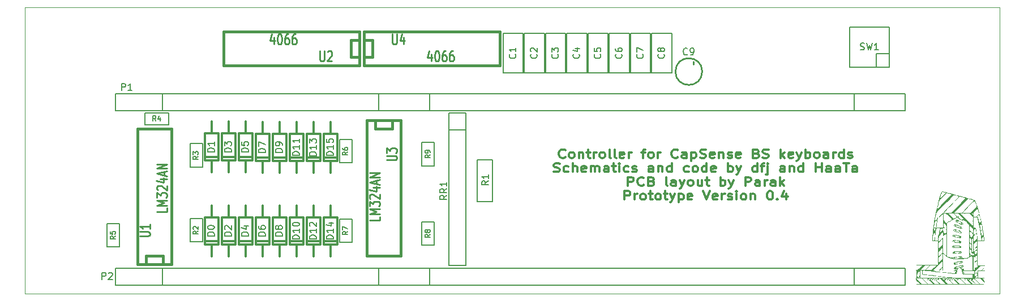
<source format=gto>
G04 (created by PCBNEW (2013-07-07 BZR 4022)-stable) date 4/22/2014 12:16:29 PM*
%MOIN*%
G04 Gerber Fmt 3.4, Leading zero omitted, Abs format*
%FSLAX34Y34*%
G01*
G70*
G90*
G04 APERTURE LIST*
%ADD10C,0.00590551*%
%ADD11C,0.00393701*%
%ADD12C,0.011811*%
%ADD13C,0.0125*%
%ADD14C,0.015*%
%ADD15C,0.0001*%
%ADD16C,0.01*%
%ADD17C,0.008*%
%ADD18C,0.01125*%
%ADD19C,0.012*%
G04 APERTURE END LIST*
G54D10*
G54D11*
X7500Y-13900D02*
X7500Y-30800D01*
X64900Y-30800D02*
X64900Y-13900D01*
G54D12*
X39328Y-22754D02*
X39299Y-22778D01*
X39214Y-22802D01*
X39157Y-22802D01*
X39071Y-22778D01*
X39014Y-22730D01*
X38985Y-22683D01*
X38957Y-22588D01*
X38957Y-22516D01*
X38985Y-22421D01*
X39014Y-22373D01*
X39071Y-22326D01*
X39157Y-22302D01*
X39214Y-22302D01*
X39299Y-22326D01*
X39328Y-22350D01*
X39671Y-22802D02*
X39614Y-22778D01*
X39585Y-22754D01*
X39557Y-22707D01*
X39557Y-22564D01*
X39585Y-22516D01*
X39614Y-22492D01*
X39671Y-22469D01*
X39757Y-22469D01*
X39814Y-22492D01*
X39842Y-22516D01*
X39871Y-22564D01*
X39871Y-22707D01*
X39842Y-22754D01*
X39814Y-22778D01*
X39757Y-22802D01*
X39671Y-22802D01*
X40128Y-22469D02*
X40128Y-22802D01*
X40128Y-22516D02*
X40157Y-22492D01*
X40214Y-22469D01*
X40299Y-22469D01*
X40357Y-22492D01*
X40385Y-22540D01*
X40385Y-22802D01*
X40585Y-22469D02*
X40814Y-22469D01*
X40671Y-22302D02*
X40671Y-22730D01*
X40699Y-22778D01*
X40757Y-22802D01*
X40814Y-22802D01*
X41014Y-22802D02*
X41014Y-22469D01*
X41014Y-22564D02*
X41042Y-22516D01*
X41071Y-22492D01*
X41128Y-22469D01*
X41185Y-22469D01*
X41471Y-22802D02*
X41414Y-22778D01*
X41385Y-22754D01*
X41357Y-22707D01*
X41357Y-22564D01*
X41385Y-22516D01*
X41414Y-22492D01*
X41471Y-22469D01*
X41557Y-22469D01*
X41614Y-22492D01*
X41642Y-22516D01*
X41671Y-22564D01*
X41671Y-22707D01*
X41642Y-22754D01*
X41614Y-22778D01*
X41557Y-22802D01*
X41471Y-22802D01*
X42014Y-22802D02*
X41957Y-22778D01*
X41928Y-22730D01*
X41928Y-22302D01*
X42328Y-22802D02*
X42271Y-22778D01*
X42242Y-22730D01*
X42242Y-22302D01*
X42785Y-22778D02*
X42728Y-22802D01*
X42614Y-22802D01*
X42557Y-22778D01*
X42528Y-22730D01*
X42528Y-22540D01*
X42557Y-22492D01*
X42614Y-22469D01*
X42728Y-22469D01*
X42785Y-22492D01*
X42814Y-22540D01*
X42814Y-22588D01*
X42528Y-22635D01*
X43071Y-22802D02*
X43071Y-22469D01*
X43071Y-22564D02*
X43100Y-22516D01*
X43128Y-22492D01*
X43185Y-22469D01*
X43242Y-22469D01*
X43814Y-22469D02*
X44042Y-22469D01*
X43900Y-22802D02*
X43900Y-22373D01*
X43928Y-22326D01*
X43985Y-22302D01*
X44042Y-22302D01*
X44328Y-22802D02*
X44271Y-22778D01*
X44242Y-22754D01*
X44214Y-22707D01*
X44214Y-22564D01*
X44242Y-22516D01*
X44271Y-22492D01*
X44328Y-22469D01*
X44414Y-22469D01*
X44471Y-22492D01*
X44500Y-22516D01*
X44528Y-22564D01*
X44528Y-22707D01*
X44500Y-22754D01*
X44471Y-22778D01*
X44414Y-22802D01*
X44328Y-22802D01*
X44785Y-22802D02*
X44785Y-22469D01*
X44785Y-22564D02*
X44814Y-22516D01*
X44842Y-22492D01*
X44900Y-22469D01*
X44957Y-22469D01*
X45957Y-22754D02*
X45928Y-22778D01*
X45842Y-22802D01*
X45785Y-22802D01*
X45700Y-22778D01*
X45642Y-22730D01*
X45614Y-22683D01*
X45585Y-22588D01*
X45585Y-22516D01*
X45614Y-22421D01*
X45642Y-22373D01*
X45700Y-22326D01*
X45785Y-22302D01*
X45842Y-22302D01*
X45928Y-22326D01*
X45957Y-22350D01*
X46471Y-22802D02*
X46471Y-22540D01*
X46442Y-22492D01*
X46385Y-22469D01*
X46271Y-22469D01*
X46214Y-22492D01*
X46471Y-22778D02*
X46414Y-22802D01*
X46271Y-22802D01*
X46214Y-22778D01*
X46185Y-22730D01*
X46185Y-22683D01*
X46214Y-22635D01*
X46271Y-22611D01*
X46414Y-22611D01*
X46471Y-22588D01*
X46757Y-22469D02*
X46757Y-22969D01*
X46757Y-22492D02*
X46814Y-22469D01*
X46928Y-22469D01*
X46985Y-22492D01*
X47014Y-22516D01*
X47042Y-22564D01*
X47042Y-22707D01*
X47014Y-22754D01*
X46985Y-22778D01*
X46928Y-22802D01*
X46814Y-22802D01*
X46757Y-22778D01*
X47271Y-22778D02*
X47357Y-22802D01*
X47500Y-22802D01*
X47557Y-22778D01*
X47585Y-22754D01*
X47614Y-22707D01*
X47614Y-22659D01*
X47585Y-22611D01*
X47557Y-22588D01*
X47500Y-22564D01*
X47385Y-22540D01*
X47328Y-22516D01*
X47300Y-22492D01*
X47271Y-22445D01*
X47271Y-22397D01*
X47300Y-22350D01*
X47328Y-22326D01*
X47385Y-22302D01*
X47528Y-22302D01*
X47614Y-22326D01*
X48100Y-22778D02*
X48042Y-22802D01*
X47928Y-22802D01*
X47871Y-22778D01*
X47842Y-22730D01*
X47842Y-22540D01*
X47871Y-22492D01*
X47928Y-22469D01*
X48042Y-22469D01*
X48100Y-22492D01*
X48128Y-22540D01*
X48128Y-22588D01*
X47842Y-22635D01*
X48385Y-22469D02*
X48385Y-22802D01*
X48385Y-22516D02*
X48414Y-22492D01*
X48471Y-22469D01*
X48557Y-22469D01*
X48614Y-22492D01*
X48642Y-22540D01*
X48642Y-22802D01*
X48900Y-22778D02*
X48957Y-22802D01*
X49071Y-22802D01*
X49128Y-22778D01*
X49157Y-22730D01*
X49157Y-22707D01*
X49128Y-22659D01*
X49071Y-22635D01*
X48985Y-22635D01*
X48928Y-22611D01*
X48900Y-22564D01*
X48900Y-22540D01*
X48928Y-22492D01*
X48985Y-22469D01*
X49071Y-22469D01*
X49128Y-22492D01*
X49642Y-22778D02*
X49585Y-22802D01*
X49471Y-22802D01*
X49414Y-22778D01*
X49385Y-22730D01*
X49385Y-22540D01*
X49414Y-22492D01*
X49471Y-22469D01*
X49585Y-22469D01*
X49642Y-22492D01*
X49671Y-22540D01*
X49671Y-22588D01*
X49385Y-22635D01*
X50585Y-22540D02*
X50671Y-22564D01*
X50700Y-22588D01*
X50728Y-22635D01*
X50728Y-22707D01*
X50700Y-22754D01*
X50671Y-22778D01*
X50614Y-22802D01*
X50385Y-22802D01*
X50385Y-22302D01*
X50585Y-22302D01*
X50642Y-22326D01*
X50671Y-22350D01*
X50700Y-22397D01*
X50700Y-22445D01*
X50671Y-22492D01*
X50642Y-22516D01*
X50585Y-22540D01*
X50385Y-22540D01*
X50957Y-22778D02*
X51042Y-22802D01*
X51185Y-22802D01*
X51242Y-22778D01*
X51271Y-22754D01*
X51300Y-22707D01*
X51300Y-22659D01*
X51271Y-22611D01*
X51242Y-22588D01*
X51185Y-22564D01*
X51071Y-22540D01*
X51014Y-22516D01*
X50985Y-22492D01*
X50957Y-22445D01*
X50957Y-22397D01*
X50985Y-22350D01*
X51014Y-22326D01*
X51071Y-22302D01*
X51214Y-22302D01*
X51300Y-22326D01*
X52014Y-22802D02*
X52014Y-22302D01*
X52071Y-22611D02*
X52242Y-22802D01*
X52242Y-22469D02*
X52014Y-22659D01*
X52728Y-22778D02*
X52671Y-22802D01*
X52557Y-22802D01*
X52500Y-22778D01*
X52471Y-22730D01*
X52471Y-22540D01*
X52500Y-22492D01*
X52557Y-22469D01*
X52671Y-22469D01*
X52728Y-22492D01*
X52757Y-22540D01*
X52757Y-22588D01*
X52471Y-22635D01*
X52957Y-22469D02*
X53100Y-22802D01*
X53242Y-22469D02*
X53100Y-22802D01*
X53042Y-22921D01*
X53014Y-22945D01*
X52957Y-22969D01*
X53471Y-22802D02*
X53471Y-22302D01*
X53471Y-22492D02*
X53528Y-22469D01*
X53642Y-22469D01*
X53700Y-22492D01*
X53728Y-22516D01*
X53757Y-22564D01*
X53757Y-22707D01*
X53728Y-22754D01*
X53700Y-22778D01*
X53642Y-22802D01*
X53528Y-22802D01*
X53471Y-22778D01*
X54100Y-22802D02*
X54042Y-22778D01*
X54014Y-22754D01*
X53985Y-22707D01*
X53985Y-22564D01*
X54014Y-22516D01*
X54042Y-22492D01*
X54100Y-22469D01*
X54185Y-22469D01*
X54242Y-22492D01*
X54271Y-22516D01*
X54300Y-22564D01*
X54300Y-22707D01*
X54271Y-22754D01*
X54242Y-22778D01*
X54185Y-22802D01*
X54100Y-22802D01*
X54814Y-22802D02*
X54814Y-22540D01*
X54785Y-22492D01*
X54728Y-22469D01*
X54614Y-22469D01*
X54557Y-22492D01*
X54814Y-22778D02*
X54757Y-22802D01*
X54614Y-22802D01*
X54557Y-22778D01*
X54528Y-22730D01*
X54528Y-22683D01*
X54557Y-22635D01*
X54614Y-22611D01*
X54757Y-22611D01*
X54814Y-22588D01*
X55100Y-22802D02*
X55100Y-22469D01*
X55100Y-22564D02*
X55128Y-22516D01*
X55157Y-22492D01*
X55214Y-22469D01*
X55271Y-22469D01*
X55728Y-22802D02*
X55728Y-22302D01*
X55728Y-22778D02*
X55671Y-22802D01*
X55557Y-22802D01*
X55500Y-22778D01*
X55471Y-22754D01*
X55442Y-22707D01*
X55442Y-22564D01*
X55471Y-22516D01*
X55500Y-22492D01*
X55557Y-22469D01*
X55671Y-22469D01*
X55728Y-22492D01*
X55985Y-22778D02*
X56042Y-22802D01*
X56157Y-22802D01*
X56214Y-22778D01*
X56242Y-22730D01*
X56242Y-22707D01*
X56214Y-22659D01*
X56157Y-22635D01*
X56071Y-22635D01*
X56014Y-22611D01*
X55985Y-22564D01*
X55985Y-22540D01*
X56014Y-22492D01*
X56071Y-22469D01*
X56157Y-22469D01*
X56214Y-22492D01*
X38657Y-23596D02*
X38742Y-23620D01*
X38885Y-23620D01*
X38942Y-23596D01*
X38971Y-23572D01*
X39000Y-23525D01*
X39000Y-23477D01*
X38971Y-23430D01*
X38942Y-23406D01*
X38885Y-23382D01*
X38771Y-23358D01*
X38714Y-23334D01*
X38685Y-23310D01*
X38657Y-23263D01*
X38657Y-23215D01*
X38685Y-23168D01*
X38714Y-23144D01*
X38771Y-23120D01*
X38914Y-23120D01*
X39000Y-23144D01*
X39514Y-23596D02*
X39457Y-23620D01*
X39342Y-23620D01*
X39285Y-23596D01*
X39257Y-23572D01*
X39228Y-23525D01*
X39228Y-23382D01*
X39257Y-23334D01*
X39285Y-23310D01*
X39342Y-23287D01*
X39457Y-23287D01*
X39514Y-23310D01*
X39771Y-23620D02*
X39771Y-23120D01*
X40028Y-23620D02*
X40028Y-23358D01*
X40000Y-23310D01*
X39942Y-23287D01*
X39857Y-23287D01*
X39800Y-23310D01*
X39771Y-23334D01*
X40542Y-23596D02*
X40485Y-23620D01*
X40371Y-23620D01*
X40314Y-23596D01*
X40285Y-23549D01*
X40285Y-23358D01*
X40314Y-23310D01*
X40371Y-23287D01*
X40485Y-23287D01*
X40542Y-23310D01*
X40571Y-23358D01*
X40571Y-23406D01*
X40285Y-23453D01*
X40828Y-23620D02*
X40828Y-23287D01*
X40828Y-23334D02*
X40857Y-23310D01*
X40914Y-23287D01*
X41000Y-23287D01*
X41057Y-23310D01*
X41085Y-23358D01*
X41085Y-23620D01*
X41085Y-23358D02*
X41114Y-23310D01*
X41171Y-23287D01*
X41257Y-23287D01*
X41314Y-23310D01*
X41342Y-23358D01*
X41342Y-23620D01*
X41885Y-23620D02*
X41885Y-23358D01*
X41857Y-23310D01*
X41800Y-23287D01*
X41685Y-23287D01*
X41628Y-23310D01*
X41885Y-23596D02*
X41828Y-23620D01*
X41685Y-23620D01*
X41628Y-23596D01*
X41600Y-23549D01*
X41600Y-23501D01*
X41628Y-23453D01*
X41685Y-23430D01*
X41828Y-23430D01*
X41885Y-23406D01*
X42085Y-23287D02*
X42314Y-23287D01*
X42171Y-23120D02*
X42171Y-23549D01*
X42200Y-23596D01*
X42257Y-23620D01*
X42314Y-23620D01*
X42514Y-23620D02*
X42514Y-23287D01*
X42514Y-23120D02*
X42485Y-23144D01*
X42514Y-23168D01*
X42542Y-23144D01*
X42514Y-23120D01*
X42514Y-23168D01*
X43057Y-23596D02*
X43000Y-23620D01*
X42885Y-23620D01*
X42828Y-23596D01*
X42800Y-23572D01*
X42771Y-23525D01*
X42771Y-23382D01*
X42800Y-23334D01*
X42828Y-23310D01*
X42885Y-23287D01*
X43000Y-23287D01*
X43057Y-23310D01*
X43285Y-23596D02*
X43342Y-23620D01*
X43457Y-23620D01*
X43514Y-23596D01*
X43542Y-23549D01*
X43542Y-23525D01*
X43514Y-23477D01*
X43457Y-23453D01*
X43371Y-23453D01*
X43314Y-23430D01*
X43285Y-23382D01*
X43285Y-23358D01*
X43314Y-23310D01*
X43371Y-23287D01*
X43457Y-23287D01*
X43514Y-23310D01*
X44514Y-23620D02*
X44514Y-23358D01*
X44485Y-23310D01*
X44428Y-23287D01*
X44314Y-23287D01*
X44257Y-23310D01*
X44514Y-23596D02*
X44457Y-23620D01*
X44314Y-23620D01*
X44257Y-23596D01*
X44228Y-23549D01*
X44228Y-23501D01*
X44257Y-23453D01*
X44314Y-23430D01*
X44457Y-23430D01*
X44514Y-23406D01*
X44800Y-23287D02*
X44800Y-23620D01*
X44800Y-23334D02*
X44828Y-23310D01*
X44885Y-23287D01*
X44971Y-23287D01*
X45028Y-23310D01*
X45057Y-23358D01*
X45057Y-23620D01*
X45600Y-23620D02*
X45600Y-23120D01*
X45600Y-23596D02*
X45542Y-23620D01*
X45428Y-23620D01*
X45371Y-23596D01*
X45342Y-23572D01*
X45314Y-23525D01*
X45314Y-23382D01*
X45342Y-23334D01*
X45371Y-23310D01*
X45428Y-23287D01*
X45542Y-23287D01*
X45600Y-23310D01*
X46600Y-23596D02*
X46542Y-23620D01*
X46428Y-23620D01*
X46371Y-23596D01*
X46342Y-23572D01*
X46314Y-23525D01*
X46314Y-23382D01*
X46342Y-23334D01*
X46371Y-23310D01*
X46428Y-23287D01*
X46542Y-23287D01*
X46600Y-23310D01*
X46942Y-23620D02*
X46885Y-23596D01*
X46857Y-23572D01*
X46828Y-23525D01*
X46828Y-23382D01*
X46857Y-23334D01*
X46885Y-23310D01*
X46942Y-23287D01*
X47028Y-23287D01*
X47085Y-23310D01*
X47114Y-23334D01*
X47142Y-23382D01*
X47142Y-23525D01*
X47114Y-23572D01*
X47085Y-23596D01*
X47028Y-23620D01*
X46942Y-23620D01*
X47657Y-23620D02*
X47657Y-23120D01*
X47657Y-23596D02*
X47600Y-23620D01*
X47485Y-23620D01*
X47428Y-23596D01*
X47400Y-23572D01*
X47371Y-23525D01*
X47371Y-23382D01*
X47400Y-23334D01*
X47428Y-23310D01*
X47485Y-23287D01*
X47600Y-23287D01*
X47657Y-23310D01*
X48171Y-23596D02*
X48114Y-23620D01*
X48000Y-23620D01*
X47942Y-23596D01*
X47914Y-23549D01*
X47914Y-23358D01*
X47942Y-23310D01*
X48000Y-23287D01*
X48114Y-23287D01*
X48171Y-23310D01*
X48200Y-23358D01*
X48200Y-23406D01*
X47914Y-23453D01*
X48914Y-23620D02*
X48914Y-23120D01*
X48914Y-23310D02*
X48971Y-23287D01*
X49085Y-23287D01*
X49142Y-23310D01*
X49171Y-23334D01*
X49200Y-23382D01*
X49200Y-23525D01*
X49171Y-23572D01*
X49142Y-23596D01*
X49085Y-23620D01*
X48971Y-23620D01*
X48914Y-23596D01*
X49400Y-23287D02*
X49542Y-23620D01*
X49685Y-23287D02*
X49542Y-23620D01*
X49485Y-23739D01*
X49457Y-23763D01*
X49400Y-23787D01*
X50628Y-23620D02*
X50628Y-23120D01*
X50628Y-23596D02*
X50571Y-23620D01*
X50457Y-23620D01*
X50400Y-23596D01*
X50371Y-23572D01*
X50342Y-23525D01*
X50342Y-23382D01*
X50371Y-23334D01*
X50400Y-23310D01*
X50457Y-23287D01*
X50571Y-23287D01*
X50628Y-23310D01*
X50828Y-23287D02*
X51057Y-23287D01*
X50914Y-23620D02*
X50914Y-23191D01*
X50942Y-23144D01*
X51000Y-23120D01*
X51057Y-23120D01*
X51257Y-23287D02*
X51257Y-23715D01*
X51228Y-23763D01*
X51171Y-23787D01*
X51142Y-23787D01*
X51257Y-23120D02*
X51228Y-23144D01*
X51257Y-23168D01*
X51285Y-23144D01*
X51257Y-23120D01*
X51257Y-23168D01*
X52257Y-23620D02*
X52257Y-23358D01*
X52228Y-23310D01*
X52171Y-23287D01*
X52057Y-23287D01*
X52000Y-23310D01*
X52257Y-23596D02*
X52200Y-23620D01*
X52057Y-23620D01*
X52000Y-23596D01*
X51971Y-23549D01*
X51971Y-23501D01*
X52000Y-23453D01*
X52057Y-23430D01*
X52200Y-23430D01*
X52257Y-23406D01*
X52542Y-23287D02*
X52542Y-23620D01*
X52542Y-23334D02*
X52571Y-23310D01*
X52628Y-23287D01*
X52714Y-23287D01*
X52771Y-23310D01*
X52800Y-23358D01*
X52800Y-23620D01*
X53342Y-23620D02*
X53342Y-23120D01*
X53342Y-23596D02*
X53285Y-23620D01*
X53171Y-23620D01*
X53114Y-23596D01*
X53085Y-23572D01*
X53057Y-23525D01*
X53057Y-23382D01*
X53085Y-23334D01*
X53114Y-23310D01*
X53171Y-23287D01*
X53285Y-23287D01*
X53342Y-23310D01*
X54085Y-23620D02*
X54085Y-23120D01*
X54085Y-23358D02*
X54428Y-23358D01*
X54428Y-23620D02*
X54428Y-23120D01*
X54971Y-23620D02*
X54971Y-23358D01*
X54942Y-23310D01*
X54885Y-23287D01*
X54771Y-23287D01*
X54714Y-23310D01*
X54971Y-23596D02*
X54914Y-23620D01*
X54771Y-23620D01*
X54714Y-23596D01*
X54685Y-23549D01*
X54685Y-23501D01*
X54714Y-23453D01*
X54771Y-23430D01*
X54914Y-23430D01*
X54971Y-23406D01*
X55514Y-23620D02*
X55514Y-23358D01*
X55485Y-23310D01*
X55428Y-23287D01*
X55314Y-23287D01*
X55257Y-23310D01*
X55514Y-23596D02*
X55457Y-23620D01*
X55314Y-23620D01*
X55257Y-23596D01*
X55228Y-23549D01*
X55228Y-23501D01*
X55257Y-23453D01*
X55314Y-23430D01*
X55457Y-23430D01*
X55514Y-23406D01*
X55714Y-23120D02*
X56057Y-23120D01*
X55885Y-23620D02*
X55885Y-23120D01*
X56514Y-23620D02*
X56514Y-23358D01*
X56485Y-23310D01*
X56428Y-23287D01*
X56314Y-23287D01*
X56257Y-23310D01*
X56514Y-23596D02*
X56457Y-23620D01*
X56314Y-23620D01*
X56257Y-23596D01*
X56228Y-23549D01*
X56228Y-23501D01*
X56257Y-23453D01*
X56314Y-23430D01*
X56457Y-23430D01*
X56514Y-23406D01*
X43014Y-24438D02*
X43014Y-23938D01*
X43242Y-23938D01*
X43300Y-23962D01*
X43328Y-23986D01*
X43357Y-24033D01*
X43357Y-24105D01*
X43328Y-24152D01*
X43300Y-24176D01*
X43242Y-24200D01*
X43014Y-24200D01*
X43957Y-24390D02*
X43928Y-24414D01*
X43842Y-24438D01*
X43785Y-24438D01*
X43700Y-24414D01*
X43642Y-24367D01*
X43614Y-24319D01*
X43585Y-24224D01*
X43585Y-24152D01*
X43614Y-24057D01*
X43642Y-24010D01*
X43700Y-23962D01*
X43785Y-23938D01*
X43842Y-23938D01*
X43928Y-23962D01*
X43957Y-23986D01*
X44414Y-24176D02*
X44500Y-24200D01*
X44528Y-24224D01*
X44557Y-24271D01*
X44557Y-24343D01*
X44528Y-24390D01*
X44500Y-24414D01*
X44442Y-24438D01*
X44214Y-24438D01*
X44214Y-23938D01*
X44414Y-23938D01*
X44471Y-23962D01*
X44500Y-23986D01*
X44528Y-24033D01*
X44528Y-24081D01*
X44500Y-24129D01*
X44471Y-24152D01*
X44414Y-24176D01*
X44214Y-24176D01*
X45357Y-24438D02*
X45300Y-24414D01*
X45271Y-24367D01*
X45271Y-23938D01*
X45842Y-24438D02*
X45842Y-24176D01*
X45814Y-24129D01*
X45757Y-24105D01*
X45642Y-24105D01*
X45585Y-24129D01*
X45842Y-24414D02*
X45785Y-24438D01*
X45642Y-24438D01*
X45585Y-24414D01*
X45557Y-24367D01*
X45557Y-24319D01*
X45585Y-24271D01*
X45642Y-24248D01*
X45785Y-24248D01*
X45842Y-24224D01*
X46071Y-24105D02*
X46214Y-24438D01*
X46357Y-24105D02*
X46214Y-24438D01*
X46157Y-24557D01*
X46128Y-24581D01*
X46071Y-24605D01*
X46671Y-24438D02*
X46614Y-24414D01*
X46585Y-24390D01*
X46557Y-24343D01*
X46557Y-24200D01*
X46585Y-24152D01*
X46614Y-24129D01*
X46671Y-24105D01*
X46757Y-24105D01*
X46814Y-24129D01*
X46842Y-24152D01*
X46871Y-24200D01*
X46871Y-24343D01*
X46842Y-24390D01*
X46814Y-24414D01*
X46757Y-24438D01*
X46671Y-24438D01*
X47385Y-24105D02*
X47385Y-24438D01*
X47128Y-24105D02*
X47128Y-24367D01*
X47157Y-24414D01*
X47214Y-24438D01*
X47300Y-24438D01*
X47357Y-24414D01*
X47385Y-24390D01*
X47585Y-24105D02*
X47814Y-24105D01*
X47671Y-23938D02*
X47671Y-24367D01*
X47700Y-24414D01*
X47757Y-24438D01*
X47814Y-24438D01*
X48471Y-24438D02*
X48471Y-23938D01*
X48471Y-24129D02*
X48528Y-24105D01*
X48642Y-24105D01*
X48700Y-24129D01*
X48728Y-24152D01*
X48757Y-24200D01*
X48757Y-24343D01*
X48728Y-24390D01*
X48700Y-24414D01*
X48642Y-24438D01*
X48528Y-24438D01*
X48471Y-24414D01*
X48957Y-24105D02*
X49100Y-24438D01*
X49242Y-24105D02*
X49100Y-24438D01*
X49042Y-24557D01*
X49014Y-24581D01*
X48957Y-24605D01*
X49928Y-24438D02*
X49928Y-23938D01*
X50157Y-23938D01*
X50214Y-23962D01*
X50242Y-23986D01*
X50271Y-24033D01*
X50271Y-24105D01*
X50242Y-24152D01*
X50214Y-24176D01*
X50157Y-24200D01*
X49928Y-24200D01*
X50785Y-24438D02*
X50785Y-24176D01*
X50757Y-24129D01*
X50700Y-24105D01*
X50585Y-24105D01*
X50528Y-24129D01*
X50785Y-24414D02*
X50728Y-24438D01*
X50585Y-24438D01*
X50528Y-24414D01*
X50500Y-24367D01*
X50500Y-24319D01*
X50528Y-24271D01*
X50585Y-24248D01*
X50728Y-24248D01*
X50785Y-24224D01*
X51071Y-24438D02*
X51071Y-24105D01*
X51071Y-24200D02*
X51100Y-24152D01*
X51128Y-24129D01*
X51185Y-24105D01*
X51242Y-24105D01*
X51700Y-24438D02*
X51700Y-24176D01*
X51671Y-24129D01*
X51614Y-24105D01*
X51500Y-24105D01*
X51442Y-24129D01*
X51700Y-24414D02*
X51642Y-24438D01*
X51500Y-24438D01*
X51442Y-24414D01*
X51414Y-24367D01*
X51414Y-24319D01*
X51442Y-24271D01*
X51500Y-24248D01*
X51642Y-24248D01*
X51700Y-24224D01*
X51985Y-24438D02*
X51985Y-23938D01*
X52042Y-24248D02*
X52214Y-24438D01*
X52214Y-24105D02*
X51985Y-24295D01*
X42814Y-25256D02*
X42814Y-24756D01*
X43042Y-24756D01*
X43099Y-24780D01*
X43128Y-24804D01*
X43157Y-24851D01*
X43157Y-24923D01*
X43128Y-24970D01*
X43099Y-24994D01*
X43042Y-25018D01*
X42814Y-25018D01*
X43414Y-25256D02*
X43414Y-24923D01*
X43414Y-25018D02*
X43442Y-24970D01*
X43471Y-24947D01*
X43528Y-24923D01*
X43585Y-24923D01*
X43871Y-25256D02*
X43814Y-25232D01*
X43785Y-25209D01*
X43757Y-25161D01*
X43757Y-25018D01*
X43785Y-24970D01*
X43814Y-24947D01*
X43871Y-24923D01*
X43957Y-24923D01*
X44014Y-24947D01*
X44042Y-24970D01*
X44071Y-25018D01*
X44071Y-25161D01*
X44042Y-25209D01*
X44014Y-25232D01*
X43957Y-25256D01*
X43871Y-25256D01*
X44242Y-24923D02*
X44471Y-24923D01*
X44328Y-24756D02*
X44328Y-25185D01*
X44357Y-25232D01*
X44414Y-25256D01*
X44471Y-25256D01*
X44757Y-25256D02*
X44700Y-25232D01*
X44671Y-25209D01*
X44642Y-25161D01*
X44642Y-25018D01*
X44671Y-24970D01*
X44700Y-24947D01*
X44757Y-24923D01*
X44842Y-24923D01*
X44900Y-24947D01*
X44928Y-24970D01*
X44957Y-25018D01*
X44957Y-25161D01*
X44928Y-25209D01*
X44900Y-25232D01*
X44842Y-25256D01*
X44757Y-25256D01*
X45128Y-24923D02*
X45357Y-24923D01*
X45214Y-24756D02*
X45214Y-25185D01*
X45242Y-25232D01*
X45299Y-25256D01*
X45357Y-25256D01*
X45499Y-24923D02*
X45642Y-25256D01*
X45785Y-24923D02*
X45642Y-25256D01*
X45585Y-25375D01*
X45557Y-25399D01*
X45499Y-25423D01*
X46014Y-24923D02*
X46014Y-25423D01*
X46014Y-24947D02*
X46071Y-24923D01*
X46185Y-24923D01*
X46242Y-24947D01*
X46271Y-24970D01*
X46299Y-25018D01*
X46299Y-25161D01*
X46271Y-25209D01*
X46242Y-25232D01*
X46185Y-25256D01*
X46071Y-25256D01*
X46014Y-25232D01*
X46785Y-25232D02*
X46728Y-25256D01*
X46614Y-25256D01*
X46557Y-25232D01*
X46528Y-25185D01*
X46528Y-24994D01*
X46557Y-24947D01*
X46614Y-24923D01*
X46728Y-24923D01*
X46785Y-24947D01*
X46814Y-24994D01*
X46814Y-25042D01*
X46528Y-25090D01*
X47442Y-24756D02*
X47642Y-25256D01*
X47842Y-24756D01*
X48271Y-25232D02*
X48214Y-25256D01*
X48100Y-25256D01*
X48042Y-25232D01*
X48014Y-25185D01*
X48014Y-24994D01*
X48042Y-24947D01*
X48100Y-24923D01*
X48214Y-24923D01*
X48271Y-24947D01*
X48300Y-24994D01*
X48300Y-25042D01*
X48014Y-25090D01*
X48557Y-25256D02*
X48557Y-24923D01*
X48557Y-25018D02*
X48585Y-24970D01*
X48614Y-24947D01*
X48671Y-24923D01*
X48728Y-24923D01*
X48900Y-25232D02*
X48957Y-25256D01*
X49071Y-25256D01*
X49128Y-25232D01*
X49157Y-25185D01*
X49157Y-25161D01*
X49128Y-25113D01*
X49071Y-25090D01*
X48985Y-25090D01*
X48928Y-25066D01*
X48900Y-25018D01*
X48900Y-24994D01*
X48928Y-24947D01*
X48985Y-24923D01*
X49071Y-24923D01*
X49128Y-24947D01*
X49414Y-25256D02*
X49414Y-24923D01*
X49414Y-24756D02*
X49385Y-24780D01*
X49414Y-24804D01*
X49442Y-24780D01*
X49414Y-24756D01*
X49414Y-24804D01*
X49785Y-25256D02*
X49728Y-25232D01*
X49700Y-25209D01*
X49671Y-25161D01*
X49671Y-25018D01*
X49700Y-24970D01*
X49728Y-24947D01*
X49785Y-24923D01*
X49871Y-24923D01*
X49928Y-24947D01*
X49957Y-24970D01*
X49985Y-25018D01*
X49985Y-25161D01*
X49957Y-25209D01*
X49928Y-25232D01*
X49871Y-25256D01*
X49785Y-25256D01*
X50242Y-24923D02*
X50242Y-25256D01*
X50242Y-24970D02*
X50271Y-24947D01*
X50328Y-24923D01*
X50414Y-24923D01*
X50471Y-24947D01*
X50500Y-24994D01*
X50500Y-25256D01*
X51357Y-24756D02*
X51414Y-24756D01*
X51471Y-24780D01*
X51500Y-24804D01*
X51528Y-24851D01*
X51557Y-24947D01*
X51557Y-25066D01*
X51528Y-25161D01*
X51500Y-25209D01*
X51471Y-25232D01*
X51414Y-25256D01*
X51357Y-25256D01*
X51300Y-25232D01*
X51271Y-25209D01*
X51242Y-25161D01*
X51214Y-25066D01*
X51214Y-24947D01*
X51242Y-24851D01*
X51271Y-24804D01*
X51300Y-24780D01*
X51357Y-24756D01*
X51814Y-25209D02*
X51842Y-25232D01*
X51814Y-25256D01*
X51785Y-25232D01*
X51814Y-25209D01*
X51814Y-25256D01*
X52357Y-24923D02*
X52357Y-25256D01*
X52214Y-24732D02*
X52071Y-25090D01*
X52442Y-25090D01*
G54D11*
X7500Y-13900D02*
X64900Y-13900D01*
X64900Y-30800D02*
X7500Y-30800D01*
G54D13*
X18500Y-22950D02*
X18500Y-23650D01*
X18500Y-21350D02*
X18500Y-20650D01*
X18900Y-22750D02*
X18100Y-22750D01*
X18900Y-21350D02*
X18100Y-21350D01*
X18100Y-21350D02*
X18100Y-22950D01*
X18100Y-22950D02*
X18900Y-22950D01*
X18900Y-22950D02*
X18900Y-21350D01*
X25500Y-27900D02*
X25500Y-28600D01*
X25500Y-26300D02*
X25500Y-25600D01*
X25900Y-27700D02*
X25100Y-27700D01*
X25900Y-26300D02*
X25100Y-26300D01*
X25100Y-26300D02*
X25100Y-27900D01*
X25100Y-27900D02*
X25900Y-27900D01*
X25900Y-27900D02*
X25900Y-26300D01*
X25500Y-22965D02*
X25500Y-23665D01*
X25500Y-21365D02*
X25500Y-20665D01*
X25900Y-22765D02*
X25100Y-22765D01*
X25900Y-21365D02*
X25100Y-21365D01*
X25100Y-21365D02*
X25100Y-22965D01*
X25100Y-22965D02*
X25900Y-22965D01*
X25900Y-22965D02*
X25900Y-21365D01*
X24500Y-27900D02*
X24500Y-28600D01*
X24500Y-26300D02*
X24500Y-25600D01*
X24900Y-27700D02*
X24100Y-27700D01*
X24900Y-26300D02*
X24100Y-26300D01*
X24100Y-26300D02*
X24100Y-27900D01*
X24100Y-27900D02*
X24900Y-27900D01*
X24900Y-27900D02*
X24900Y-26300D01*
X18500Y-27900D02*
X18500Y-28600D01*
X18500Y-26300D02*
X18500Y-25600D01*
X18900Y-27700D02*
X18100Y-27700D01*
X18900Y-26300D02*
X18100Y-26300D01*
X18100Y-26300D02*
X18100Y-27900D01*
X18100Y-27900D02*
X18900Y-27900D01*
X18900Y-27900D02*
X18900Y-26300D01*
X19500Y-22950D02*
X19500Y-23650D01*
X19500Y-21350D02*
X19500Y-20650D01*
X19900Y-22750D02*
X19100Y-22750D01*
X19900Y-21350D02*
X19100Y-21350D01*
X19100Y-21350D02*
X19100Y-22950D01*
X19100Y-22950D02*
X19900Y-22950D01*
X19900Y-22950D02*
X19900Y-21350D01*
X19500Y-27900D02*
X19500Y-28600D01*
X19500Y-26300D02*
X19500Y-25600D01*
X19900Y-27700D02*
X19100Y-27700D01*
X19900Y-26300D02*
X19100Y-26300D01*
X19100Y-26300D02*
X19100Y-27900D01*
X19100Y-27900D02*
X19900Y-27900D01*
X19900Y-27900D02*
X19900Y-26300D01*
X20500Y-22950D02*
X20500Y-23650D01*
X20500Y-21350D02*
X20500Y-20650D01*
X20900Y-22750D02*
X20100Y-22750D01*
X20900Y-21350D02*
X20100Y-21350D01*
X20100Y-21350D02*
X20100Y-22950D01*
X20100Y-22950D02*
X20900Y-22950D01*
X20900Y-22950D02*
X20900Y-21350D01*
X20500Y-27900D02*
X20500Y-28600D01*
X20500Y-26300D02*
X20500Y-25600D01*
X20900Y-27700D02*
X20100Y-27700D01*
X20900Y-26300D02*
X20100Y-26300D01*
X20100Y-26300D02*
X20100Y-27900D01*
X20100Y-27900D02*
X20900Y-27900D01*
X20900Y-27900D02*
X20900Y-26300D01*
X21500Y-22983D02*
X21500Y-23683D01*
X21500Y-21383D02*
X21500Y-20683D01*
X21900Y-22783D02*
X21100Y-22783D01*
X21900Y-21383D02*
X21100Y-21383D01*
X21100Y-21383D02*
X21100Y-22983D01*
X21100Y-22983D02*
X21900Y-22983D01*
X21900Y-22983D02*
X21900Y-21383D01*
X21500Y-27900D02*
X21500Y-28600D01*
X21500Y-26300D02*
X21500Y-25600D01*
X21900Y-27700D02*
X21100Y-27700D01*
X21900Y-26300D02*
X21100Y-26300D01*
X21100Y-26300D02*
X21100Y-27900D01*
X21100Y-27900D02*
X21900Y-27900D01*
X21900Y-27900D02*
X21900Y-26300D01*
X22500Y-22970D02*
X22500Y-23670D01*
X22500Y-21370D02*
X22500Y-20670D01*
X22900Y-22770D02*
X22100Y-22770D01*
X22900Y-21370D02*
X22100Y-21370D01*
X22100Y-21370D02*
X22100Y-22970D01*
X22100Y-22970D02*
X22900Y-22970D01*
X22900Y-22970D02*
X22900Y-21370D01*
X22500Y-27900D02*
X22500Y-28600D01*
X22500Y-26300D02*
X22500Y-25600D01*
X22900Y-27700D02*
X22100Y-27700D01*
X22900Y-26300D02*
X22100Y-26300D01*
X22100Y-26300D02*
X22100Y-27900D01*
X22100Y-27900D02*
X22900Y-27900D01*
X22900Y-27900D02*
X22900Y-26300D01*
X24500Y-22976D02*
X24500Y-23676D01*
X24500Y-21376D02*
X24500Y-20676D01*
X24900Y-22776D02*
X24100Y-22776D01*
X24900Y-21376D02*
X24100Y-21376D01*
X24100Y-21376D02*
X24100Y-22976D01*
X24100Y-22976D02*
X24900Y-22976D01*
X24900Y-22976D02*
X24900Y-21376D01*
X23500Y-27900D02*
X23500Y-28600D01*
X23500Y-26300D02*
X23500Y-25600D01*
X23900Y-27700D02*
X23100Y-27700D01*
X23900Y-26300D02*
X23100Y-26300D01*
X23100Y-26300D02*
X23100Y-27900D01*
X23100Y-27900D02*
X23900Y-27900D01*
X23900Y-27900D02*
X23900Y-26300D01*
X23500Y-22967D02*
X23500Y-23667D01*
X23500Y-21367D02*
X23500Y-20667D01*
X23900Y-22767D02*
X23100Y-22767D01*
X23900Y-21367D02*
X23100Y-21367D01*
X23100Y-21367D02*
X23100Y-22967D01*
X23100Y-22967D02*
X23900Y-22967D01*
X23900Y-22967D02*
X23900Y-21367D01*
G54D10*
X33492Y-21140D02*
X32492Y-21140D01*
X33492Y-20140D02*
X32492Y-20140D01*
X32492Y-20140D02*
X32492Y-29140D01*
X32492Y-29140D02*
X33492Y-29140D01*
X33492Y-29140D02*
X33492Y-20140D01*
X35053Y-22920D02*
X35053Y-25361D01*
X35053Y-25361D02*
X34148Y-25361D01*
X34148Y-25361D02*
X34148Y-22920D01*
X34148Y-22920D02*
X35053Y-22920D01*
X35676Y-17791D02*
X36857Y-17791D01*
X36857Y-17791D02*
X36857Y-15429D01*
X36857Y-15429D02*
X35676Y-15429D01*
X35676Y-15429D02*
X35676Y-17791D01*
X36926Y-17791D02*
X38107Y-17791D01*
X38107Y-17791D02*
X38107Y-15429D01*
X38107Y-15429D02*
X36926Y-15429D01*
X36926Y-15429D02*
X36926Y-17791D01*
X38176Y-17791D02*
X39357Y-17791D01*
X39357Y-17791D02*
X39357Y-15429D01*
X39357Y-15429D02*
X38176Y-15429D01*
X38176Y-15429D02*
X38176Y-17791D01*
X39426Y-17791D02*
X40607Y-17791D01*
X40607Y-17791D02*
X40607Y-15429D01*
X40607Y-15429D02*
X39426Y-15429D01*
X39426Y-15429D02*
X39426Y-17791D01*
X40676Y-17791D02*
X41857Y-17791D01*
X41857Y-17791D02*
X41857Y-15429D01*
X41857Y-15429D02*
X40676Y-15429D01*
X40676Y-15429D02*
X40676Y-17791D01*
X43176Y-17791D02*
X44357Y-17791D01*
X44357Y-17791D02*
X44357Y-15429D01*
X44357Y-15429D02*
X43176Y-15429D01*
X43176Y-15429D02*
X43176Y-17791D01*
X44426Y-17791D02*
X45607Y-17791D01*
X45607Y-17791D02*
X45607Y-15429D01*
X45607Y-15429D02*
X44426Y-15429D01*
X44426Y-15429D02*
X44426Y-17791D01*
X41926Y-17791D02*
X43107Y-17791D01*
X43107Y-17791D02*
X43107Y-15429D01*
X43107Y-15429D02*
X41926Y-15429D01*
X41926Y-15429D02*
X41926Y-17791D01*
X15606Y-29300D02*
X15606Y-30300D01*
X12856Y-29300D02*
X12856Y-30300D01*
X28356Y-29300D02*
X28356Y-30300D01*
X31356Y-29300D02*
X31356Y-30300D01*
X56356Y-29300D02*
X56356Y-30300D01*
X59356Y-29300D02*
X59356Y-30300D01*
X12856Y-30300D02*
X59356Y-30300D01*
X59356Y-29300D02*
X12856Y-29300D01*
X15606Y-19000D02*
X15606Y-20000D01*
X12856Y-19000D02*
X12856Y-20000D01*
X28356Y-19000D02*
X28356Y-20000D01*
X31356Y-19000D02*
X31356Y-20000D01*
X56356Y-19000D02*
X56356Y-20000D01*
X59356Y-19000D02*
X59356Y-20000D01*
X12856Y-20000D02*
X59356Y-20000D01*
X59356Y-19000D02*
X12856Y-19000D01*
G54D14*
X14130Y-29070D02*
X14130Y-21070D01*
X16130Y-21070D02*
X16130Y-29070D01*
X16130Y-29070D02*
X14130Y-29070D01*
X14630Y-29070D02*
X14630Y-28570D01*
X14630Y-28570D02*
X15630Y-28570D01*
X15630Y-28570D02*
X15630Y-29070D01*
X14130Y-21070D02*
X16130Y-21070D01*
X27490Y-15350D02*
X35490Y-15350D01*
X35490Y-17350D02*
X27490Y-17350D01*
X27490Y-17350D02*
X27490Y-15350D01*
X27490Y-15850D02*
X27990Y-15850D01*
X27990Y-15850D02*
X27990Y-16850D01*
X27990Y-16850D02*
X27490Y-16850D01*
X35490Y-15350D02*
X35490Y-17350D01*
X27223Y-17350D02*
X19223Y-17350D01*
X19223Y-15350D02*
X27223Y-15350D01*
X27223Y-15350D02*
X27223Y-17350D01*
X27223Y-16850D02*
X26723Y-16850D01*
X26723Y-16850D02*
X26723Y-15850D01*
X26723Y-15850D02*
X27223Y-15850D01*
X19223Y-17350D02*
X19223Y-15350D01*
X29653Y-20580D02*
X29653Y-28580D01*
X27653Y-28580D02*
X27653Y-20580D01*
X27653Y-20580D02*
X29653Y-20580D01*
X29153Y-20580D02*
X29153Y-21080D01*
X29153Y-21080D02*
X28153Y-21080D01*
X28153Y-21080D02*
X28153Y-20580D01*
X29653Y-28580D02*
X27653Y-28580D01*
G54D15*
G36*
X59966Y-30274D02*
X59985Y-30277D01*
X60040Y-30280D01*
X60133Y-30283D01*
X60263Y-30285D01*
X60429Y-30288D01*
X60631Y-30289D01*
X60869Y-30290D01*
X61144Y-30291D01*
X61454Y-30292D01*
X61800Y-30293D01*
X62000Y-30293D01*
X62365Y-30293D01*
X62694Y-30292D01*
X62988Y-30291D01*
X63245Y-30290D01*
X63467Y-30289D01*
X63653Y-30286D01*
X63802Y-30284D01*
X63914Y-30282D01*
X63990Y-30279D01*
X64028Y-30276D01*
X64033Y-30274D01*
X64016Y-30265D01*
X63970Y-30258D01*
X63907Y-30256D01*
X63781Y-30256D01*
X63614Y-30088D01*
X63447Y-29920D01*
X63454Y-29920D01*
X63454Y-28979D01*
X63457Y-28976D01*
X63457Y-28715D01*
X63460Y-28668D01*
X63470Y-28635D01*
X63492Y-28606D01*
X63520Y-28578D01*
X63586Y-28512D01*
X63586Y-28659D01*
X63585Y-28735D01*
X63580Y-28784D01*
X63568Y-28818D01*
X63545Y-28849D01*
X63525Y-28870D01*
X63464Y-28933D01*
X63459Y-28789D01*
X63457Y-28715D01*
X63457Y-28976D01*
X63520Y-28913D01*
X63586Y-28847D01*
X63586Y-29001D01*
X63587Y-29077D01*
X63591Y-29124D01*
X63599Y-29147D01*
X63613Y-29154D01*
X63618Y-29155D01*
X63626Y-29164D01*
X63607Y-29194D01*
X63561Y-29245D01*
X63557Y-29249D01*
X63464Y-29343D01*
X63459Y-29161D01*
X63454Y-28979D01*
X63454Y-29920D01*
X63455Y-29920D01*
X63455Y-29867D01*
X63455Y-29705D01*
X63455Y-29621D01*
X63539Y-29621D01*
X63589Y-29623D01*
X63619Y-29628D01*
X63623Y-29631D01*
X63611Y-29652D01*
X63581Y-29687D01*
X63542Y-29728D01*
X63504Y-29764D01*
X63477Y-29786D01*
X63471Y-29789D01*
X63461Y-29772D01*
X63456Y-29730D01*
X63455Y-29705D01*
X63455Y-29867D01*
X63468Y-29848D01*
X63499Y-29811D01*
X63539Y-29770D01*
X63623Y-29688D01*
X63623Y-29785D01*
X63623Y-29882D01*
X63539Y-29882D01*
X63489Y-29879D01*
X63459Y-29872D01*
X63455Y-29867D01*
X63455Y-29920D01*
X63614Y-29920D01*
X63780Y-29920D01*
X63907Y-30045D01*
X63966Y-30102D01*
X64003Y-30136D01*
X64023Y-30149D01*
X64032Y-30144D01*
X64033Y-30123D01*
X64033Y-30116D01*
X64019Y-30061D01*
X63974Y-30000D01*
X63965Y-29990D01*
X63895Y-29920D01*
X63965Y-29920D01*
X64009Y-29915D01*
X64032Y-29904D01*
X64033Y-29901D01*
X64015Y-29892D01*
X63966Y-29886D01*
X63890Y-29883D01*
X63847Y-29882D01*
X63660Y-29882D01*
X63660Y-29677D01*
X63660Y-29472D01*
X63847Y-29472D01*
X63934Y-29470D01*
X63996Y-29465D01*
X64029Y-29457D01*
X64033Y-29453D01*
X64017Y-29442D01*
X63974Y-29436D01*
X63946Y-29435D01*
X63858Y-29435D01*
X63949Y-29342D01*
X63993Y-29295D01*
X64023Y-29258D01*
X64032Y-29240D01*
X64031Y-29239D01*
X64015Y-29247D01*
X63980Y-29276D01*
X63933Y-29321D01*
X63921Y-29332D01*
X63868Y-29384D01*
X63830Y-29414D01*
X63796Y-29429D01*
X63753Y-29434D01*
X63722Y-29435D01*
X63623Y-29435D01*
X63623Y-29509D01*
X63623Y-29584D01*
X63539Y-29584D01*
X63487Y-29579D01*
X63460Y-29564D01*
X63457Y-29536D01*
X63480Y-29492D01*
X63531Y-29430D01*
X63609Y-29347D01*
X63617Y-29339D01*
X63779Y-29173D01*
X63906Y-29173D01*
X63972Y-29171D01*
X64017Y-29164D01*
X64033Y-29155D01*
X64015Y-29146D01*
X63965Y-29140D01*
X63886Y-29137D01*
X63819Y-29136D01*
X63604Y-29136D01*
X63604Y-28427D01*
X63604Y-27718D01*
X63810Y-27718D01*
X63870Y-27718D01*
X63870Y-27549D01*
X63882Y-27512D01*
X63904Y-27483D01*
X63935Y-27455D01*
X63955Y-27447D01*
X63956Y-27448D01*
X63965Y-27472D01*
X63974Y-27519D01*
X63981Y-27576D01*
X63985Y-27628D01*
X63985Y-27662D01*
X63984Y-27667D01*
X63961Y-27678D01*
X63932Y-27681D01*
X63902Y-27675D01*
X63885Y-27650D01*
X63874Y-27605D01*
X63870Y-27549D01*
X63870Y-27718D01*
X64015Y-27718D01*
X64015Y-27656D01*
X64012Y-27603D01*
X64002Y-27519D01*
X63988Y-27412D01*
X63969Y-27287D01*
X63948Y-27152D01*
X63924Y-27013D01*
X63900Y-26877D01*
X63876Y-26749D01*
X63854Y-26637D01*
X63849Y-26618D01*
X63801Y-26401D01*
X63755Y-26212D01*
X63711Y-26041D01*
X63666Y-25879D01*
X63630Y-25762D01*
X63585Y-25616D01*
X63546Y-25502D01*
X63516Y-25416D01*
X63490Y-25355D01*
X63466Y-25313D01*
X63445Y-25287D01*
X63423Y-25274D01*
X63418Y-25272D01*
X63389Y-25264D01*
X63329Y-25247D01*
X63241Y-25224D01*
X63132Y-25195D01*
X63005Y-25161D01*
X62865Y-25124D01*
X62765Y-25097D01*
X62603Y-25054D01*
X62436Y-25010D01*
X62273Y-24966D01*
X62121Y-24926D01*
X61987Y-24890D01*
X61879Y-24861D01*
X61849Y-24853D01*
X61747Y-24826D01*
X61656Y-24802D01*
X61584Y-24785D01*
X61537Y-24773D01*
X61521Y-24771D01*
X61508Y-24787D01*
X61487Y-24835D01*
X61460Y-24908D01*
X61427Y-25001D01*
X61393Y-25107D01*
X61357Y-25224D01*
X61321Y-25344D01*
X61288Y-25461D01*
X61274Y-25517D01*
X61228Y-25700D01*
X61184Y-25889D01*
X61143Y-26076D01*
X61108Y-26252D01*
X61079Y-26410D01*
X61059Y-26540D01*
X61056Y-26559D01*
X61049Y-26616D01*
X61038Y-26696D01*
X61026Y-26787D01*
X61019Y-26832D01*
X61007Y-26932D01*
X60993Y-27046D01*
X60979Y-27168D01*
X60965Y-27291D01*
X60954Y-27407D01*
X60944Y-27507D01*
X60939Y-27586D01*
X60937Y-27633D01*
X60937Y-27699D01*
X60969Y-27699D01*
X60969Y-27662D01*
X60982Y-27491D01*
X60991Y-27399D01*
X61002Y-27335D01*
X61018Y-27290D01*
X61029Y-27275D01*
X61029Y-27028D01*
X61032Y-26980D01*
X61044Y-26958D01*
X61046Y-26958D01*
X61046Y-26916D01*
X61057Y-26827D01*
X61067Y-26752D01*
X61076Y-26674D01*
X61079Y-26657D01*
X61099Y-26583D01*
X61107Y-26572D01*
X61107Y-26485D01*
X61107Y-26455D01*
X61113Y-26403D01*
X61120Y-26367D01*
X61136Y-26293D01*
X61154Y-26207D01*
X61164Y-26157D01*
X61188Y-26043D01*
X61243Y-25986D01*
X61243Y-25796D01*
X61246Y-25780D01*
X61255Y-25735D01*
X61270Y-25673D01*
X61272Y-25661D01*
X61301Y-25538D01*
X61325Y-25443D01*
X61346Y-25372D01*
X61368Y-25316D01*
X61394Y-25269D01*
X61407Y-25252D01*
X61407Y-25191D01*
X61409Y-25171D01*
X61421Y-25124D01*
X61441Y-25057D01*
X61459Y-25000D01*
X61485Y-24923D01*
X61506Y-24861D01*
X61521Y-24821D01*
X61525Y-24811D01*
X61545Y-24810D01*
X61588Y-24818D01*
X61641Y-24829D01*
X61692Y-24843D01*
X61729Y-24855D01*
X61739Y-24861D01*
X61726Y-24879D01*
X61694Y-24915D01*
X61647Y-24964D01*
X61592Y-25020D01*
X61535Y-25076D01*
X61482Y-25126D01*
X61439Y-25166D01*
X61412Y-25188D01*
X61407Y-25191D01*
X61407Y-25252D01*
X61428Y-25225D01*
X61473Y-25176D01*
X61534Y-25115D01*
X61577Y-25073D01*
X61785Y-24866D01*
X61931Y-24905D01*
X62077Y-24945D01*
X61959Y-25067D01*
X61908Y-25120D01*
X61842Y-25188D01*
X61765Y-25266D01*
X61682Y-25351D01*
X61596Y-25439D01*
X61511Y-25526D01*
X61431Y-25607D01*
X61361Y-25678D01*
X61303Y-25737D01*
X61263Y-25777D01*
X61244Y-25795D01*
X61243Y-25796D01*
X61243Y-25986D01*
X61690Y-25523D01*
X61802Y-25407D01*
X61907Y-25301D01*
X62002Y-25205D01*
X62083Y-25124D01*
X62148Y-25060D01*
X62193Y-25017D01*
X62217Y-24998D01*
X62218Y-24997D01*
X62250Y-24998D01*
X62301Y-25006D01*
X62362Y-25020D01*
X62422Y-25036D01*
X62471Y-25051D01*
X62498Y-25065D01*
X62500Y-25069D01*
X62493Y-25079D01*
X62475Y-25100D01*
X62445Y-25134D01*
X62400Y-25182D01*
X62339Y-25246D01*
X62261Y-25328D01*
X62163Y-25430D01*
X62044Y-25554D01*
X61902Y-25700D01*
X61759Y-25848D01*
X61647Y-25963D01*
X61545Y-26065D01*
X61456Y-26152D01*
X61383Y-26222D01*
X61328Y-26271D01*
X61295Y-26297D01*
X61287Y-26300D01*
X61259Y-26315D01*
X61253Y-26332D01*
X61243Y-26360D01*
X61216Y-26398D01*
X61182Y-26437D01*
X61146Y-26470D01*
X61118Y-26488D01*
X61107Y-26485D01*
X61107Y-26572D01*
X61145Y-26520D01*
X61152Y-26512D01*
X61190Y-26476D01*
X61216Y-26453D01*
X61221Y-26450D01*
X61221Y-26466D01*
X61216Y-26511D01*
X61206Y-26575D01*
X61202Y-26594D01*
X61186Y-26692D01*
X61174Y-26761D01*
X61167Y-26810D01*
X61163Y-26845D01*
X61162Y-26874D01*
X61153Y-26904D01*
X61124Y-26915D01*
X61103Y-26916D01*
X61046Y-26916D01*
X61046Y-26958D01*
X61074Y-26953D01*
X61085Y-26953D01*
X61125Y-26958D01*
X61141Y-26970D01*
X61141Y-26971D01*
X61131Y-26991D01*
X61104Y-27027D01*
X61071Y-27065D01*
X61044Y-27093D01*
X61035Y-27100D01*
X61032Y-27085D01*
X61030Y-27045D01*
X61029Y-27028D01*
X61029Y-27275D01*
X61044Y-27257D01*
X61081Y-27225D01*
X61129Y-27190D01*
X61118Y-27235D01*
X61111Y-27275D01*
X61104Y-27339D01*
X61097Y-27415D01*
X61096Y-27429D01*
X61088Y-27525D01*
X61080Y-27591D01*
X61070Y-27631D01*
X61057Y-27652D01*
X61038Y-27661D01*
X61018Y-27662D01*
X60969Y-27662D01*
X60969Y-27699D01*
X61101Y-27699D01*
X61101Y-27662D01*
X61113Y-27527D01*
X61123Y-27421D01*
X61135Y-27309D01*
X61147Y-27201D01*
X61159Y-27106D01*
X61169Y-27035D01*
X61172Y-27014D01*
X61180Y-26980D01*
X61186Y-26972D01*
X61186Y-26899D01*
X61186Y-26885D01*
X61186Y-26883D01*
X61195Y-26844D01*
X61204Y-26788D01*
X61206Y-26776D01*
X61214Y-26725D01*
X61225Y-26649D01*
X61239Y-26562D01*
X61248Y-26510D01*
X61280Y-26319D01*
X61357Y-26319D01*
X61357Y-26300D01*
X61459Y-26198D01*
X61507Y-26149D01*
X61545Y-26113D01*
X61565Y-26095D01*
X61566Y-26095D01*
X61568Y-26112D01*
X61570Y-26155D01*
X61571Y-26198D01*
X61571Y-26300D01*
X61464Y-26300D01*
X61357Y-26300D01*
X61357Y-26319D01*
X61425Y-26319D01*
X61571Y-26319D01*
X61571Y-26618D01*
X61571Y-26916D01*
X61374Y-26916D01*
X61286Y-26915D01*
X61229Y-26913D01*
X61198Y-26908D01*
X61186Y-26899D01*
X61186Y-26972D01*
X61193Y-26962D01*
X61223Y-26954D01*
X61279Y-26953D01*
X61294Y-26953D01*
X61356Y-26954D01*
X61388Y-26960D01*
X61398Y-26972D01*
X61396Y-26986D01*
X61387Y-27018D01*
X61374Y-27076D01*
X61357Y-27151D01*
X61349Y-27189D01*
X61329Y-27276D01*
X61310Y-27359D01*
X61294Y-27424D01*
X61289Y-27441D01*
X61276Y-27510D01*
X61271Y-27578D01*
X61271Y-27592D01*
X61275Y-27662D01*
X61188Y-27662D01*
X61101Y-27662D01*
X61101Y-27699D01*
X61104Y-27699D01*
X61272Y-27699D01*
X61272Y-28399D01*
X61272Y-29099D01*
X60619Y-29099D01*
X60427Y-29099D01*
X60266Y-29101D01*
X60139Y-29103D01*
X60046Y-29107D01*
X59988Y-29112D01*
X59967Y-29117D01*
X59966Y-29117D01*
X59984Y-29126D01*
X60034Y-29132D01*
X60110Y-29136D01*
X60157Y-29136D01*
X60348Y-29136D01*
X60209Y-29276D01*
X60139Y-29344D01*
X60087Y-29387D01*
X60048Y-29409D01*
X60018Y-29416D01*
X59981Y-29422D01*
X59966Y-29435D01*
X59981Y-29451D01*
X59994Y-29453D01*
X60007Y-29459D01*
X60015Y-29480D01*
X60020Y-29524D01*
X60022Y-29594D01*
X60022Y-29658D01*
X60021Y-29750D01*
X60019Y-29811D01*
X60012Y-29846D01*
X60003Y-29861D01*
X59994Y-29864D01*
X59973Y-29879D01*
X59966Y-29924D01*
X59971Y-29957D01*
X59987Y-29991D01*
X59995Y-30001D01*
X59995Y-29901D01*
X60060Y-29901D01*
X60060Y-29737D01*
X60060Y-29727D01*
X60061Y-29656D01*
X60066Y-29610D01*
X60081Y-29577D01*
X60109Y-29543D01*
X60134Y-29518D01*
X60209Y-29446D01*
X60209Y-29593D01*
X60208Y-29668D01*
X60203Y-29717D01*
X60191Y-29751D01*
X60169Y-29782D01*
X60149Y-29802D01*
X60110Y-29839D01*
X60082Y-29861D01*
X60075Y-29864D01*
X60067Y-29846D01*
X60062Y-29801D01*
X60060Y-29737D01*
X60060Y-29901D01*
X60134Y-29901D01*
X60134Y-29857D01*
X60146Y-29841D01*
X60171Y-29817D01*
X60198Y-29794D01*
X60208Y-29799D01*
X60209Y-29824D01*
X60197Y-29857D01*
X60171Y-29864D01*
X60141Y-29861D01*
X60134Y-29857D01*
X60134Y-29901D01*
X60163Y-29901D01*
X60238Y-29901D01*
X60238Y-29416D01*
X60377Y-29276D01*
X60516Y-29136D01*
X60656Y-29136D01*
X60796Y-29136D01*
X60657Y-29276D01*
X60518Y-29416D01*
X60378Y-29416D01*
X60238Y-29416D01*
X60238Y-29901D01*
X60246Y-29901D01*
X60246Y-29882D01*
X60246Y-29668D01*
X60246Y-29453D01*
X60303Y-29453D01*
X60360Y-29453D01*
X60348Y-29562D01*
X60342Y-29625D01*
X60345Y-29661D01*
X60357Y-29679D01*
X60366Y-29683D01*
X60377Y-29685D01*
X60377Y-29601D01*
X60380Y-29549D01*
X60388Y-29497D01*
X60389Y-29493D01*
X60396Y-29471D01*
X60410Y-29459D01*
X60437Y-29454D01*
X60487Y-29456D01*
X60554Y-29461D01*
X60555Y-29461D01*
X60555Y-29416D01*
X60694Y-29276D01*
X60833Y-29136D01*
X61001Y-29136D01*
X61169Y-29136D01*
X61029Y-29276D01*
X60891Y-29416D01*
X60723Y-29416D01*
X60555Y-29416D01*
X60555Y-29461D01*
X60632Y-29468D01*
X60700Y-29474D01*
X60746Y-29480D01*
X60752Y-29481D01*
X60783Y-29485D01*
X60845Y-29492D01*
X60935Y-29502D01*
X60984Y-29507D01*
X60984Y-29435D01*
X61263Y-29154D01*
X61308Y-29109D01*
X61308Y-28662D01*
X61308Y-28329D01*
X61309Y-28327D01*
X61309Y-27974D01*
X61309Y-27801D01*
X61312Y-27797D01*
X61312Y-27695D01*
X61314Y-27654D01*
X61318Y-27591D01*
X61322Y-27538D01*
X61328Y-27481D01*
X61338Y-27438D01*
X61359Y-27401D01*
X61388Y-27366D01*
X61388Y-27186D01*
X61392Y-27163D01*
X61402Y-27126D01*
X61416Y-27069D01*
X61423Y-27042D01*
X61438Y-26989D01*
X61454Y-26962D01*
X61482Y-26954D01*
X61507Y-26953D01*
X61555Y-26963D01*
X61571Y-26991D01*
X61557Y-27036D01*
X61510Y-27097D01*
X61492Y-27116D01*
X61436Y-27169D01*
X61401Y-27193D01*
X61388Y-27186D01*
X61388Y-27366D01*
X61397Y-27356D01*
X61441Y-27309D01*
X61492Y-27258D01*
X61534Y-27218D01*
X61558Y-27197D01*
X61562Y-27196D01*
X61567Y-27213D01*
X61569Y-27258D01*
X61570Y-27324D01*
X61569Y-27349D01*
X61565Y-27503D01*
X61453Y-27620D01*
X61401Y-27673D01*
X61358Y-27713D01*
X61331Y-27735D01*
X61327Y-27737D01*
X61315Y-27721D01*
X61312Y-27695D01*
X61312Y-27797D01*
X61431Y-27674D01*
X61552Y-27546D01*
X61552Y-27732D01*
X61552Y-27918D01*
X61445Y-28032D01*
X61394Y-28084D01*
X61353Y-28124D01*
X61327Y-28145D01*
X61323Y-28147D01*
X61318Y-28129D01*
X61313Y-28083D01*
X61310Y-28016D01*
X61309Y-27974D01*
X61309Y-28327D01*
X61430Y-28205D01*
X61552Y-28083D01*
X61552Y-28231D01*
X61552Y-28379D01*
X61435Y-28497D01*
X61319Y-28615D01*
X61313Y-28472D01*
X61308Y-28329D01*
X61308Y-28662D01*
X61430Y-28540D01*
X61552Y-28418D01*
X61552Y-28576D01*
X61552Y-28734D01*
X61435Y-28851D01*
X61319Y-28969D01*
X61313Y-28815D01*
X61308Y-28662D01*
X61308Y-29109D01*
X61543Y-28874D01*
X61548Y-29046D01*
X61553Y-29217D01*
X61446Y-29326D01*
X61339Y-29435D01*
X61161Y-29435D01*
X60984Y-29435D01*
X60984Y-29507D01*
X61000Y-29509D01*
X61000Y-29473D01*
X61000Y-29466D01*
X61035Y-29463D01*
X61106Y-29460D01*
X61213Y-29458D01*
X61357Y-29457D01*
X61384Y-29456D01*
X61384Y-29429D01*
X61397Y-29414D01*
X61429Y-29381D01*
X61468Y-29341D01*
X61552Y-29259D01*
X61552Y-29347D01*
X61552Y-29435D01*
X61468Y-29435D01*
X61418Y-29433D01*
X61388Y-29431D01*
X61384Y-29429D01*
X61384Y-29456D01*
X61538Y-29456D01*
X61571Y-29456D01*
X61571Y-29435D01*
X61571Y-28921D01*
X61571Y-28406D01*
X61589Y-28428D01*
X61589Y-28373D01*
X61589Y-27900D01*
X61589Y-27427D01*
X61589Y-27024D01*
X61591Y-26961D01*
X61596Y-26915D01*
X61603Y-26897D01*
X61608Y-26901D01*
X61608Y-26595D01*
X61608Y-26452D01*
X61608Y-26264D01*
X61608Y-26076D01*
X61627Y-26076D01*
X61627Y-26027D01*
X61640Y-26011D01*
X61674Y-25972D01*
X61729Y-25915D01*
X61798Y-25842D01*
X61879Y-25758D01*
X61931Y-25705D01*
X62029Y-25604D01*
X62130Y-25501D01*
X62226Y-25403D01*
X62311Y-25316D01*
X62378Y-25247D01*
X62392Y-25232D01*
X62550Y-25069D01*
X62716Y-25115D01*
X62790Y-25136D01*
X62849Y-25154D01*
X62884Y-25166D01*
X62890Y-25170D01*
X62880Y-25184D01*
X62847Y-25223D01*
X62793Y-25282D01*
X62723Y-25358D01*
X62639Y-25447D01*
X62543Y-25547D01*
X62485Y-25608D01*
X62071Y-26039D01*
X61849Y-26039D01*
X61763Y-26038D01*
X61692Y-26035D01*
X61645Y-26032D01*
X61627Y-26027D01*
X61627Y-26076D01*
X61688Y-26076D01*
X61721Y-26077D01*
X61750Y-26085D01*
X61781Y-26101D01*
X61820Y-26133D01*
X61872Y-26182D01*
X61905Y-26216D01*
X61905Y-26086D01*
X62050Y-26080D01*
X62194Y-26075D01*
X62234Y-26115D01*
X62234Y-26039D01*
X62393Y-25876D01*
X62460Y-25807D01*
X62545Y-25719D01*
X62640Y-25622D01*
X62737Y-25523D01*
X62800Y-25458D01*
X63049Y-25203D01*
X63206Y-25245D01*
X63278Y-25265D01*
X63335Y-25283D01*
X63370Y-25296D01*
X63375Y-25299D01*
X63366Y-25316D01*
X63336Y-25354D01*
X63288Y-25409D01*
X63227Y-25474D01*
X63199Y-25503D01*
X63113Y-25592D01*
X63016Y-25691D01*
X62923Y-25788D01*
X62849Y-25866D01*
X62685Y-26039D01*
X62460Y-26039D01*
X62234Y-26039D01*
X62234Y-26115D01*
X62235Y-26116D01*
X62235Y-26076D01*
X62355Y-26076D01*
X62476Y-26076D01*
X62596Y-26196D01*
X62596Y-26086D01*
X62721Y-26080D01*
X62721Y-26039D01*
X62878Y-25876D01*
X63030Y-25717D01*
X63157Y-25585D01*
X63260Y-25480D01*
X63339Y-25400D01*
X63395Y-25346D01*
X63427Y-25317D01*
X63437Y-25311D01*
X63449Y-25327D01*
X63469Y-25371D01*
X63492Y-25430D01*
X63516Y-25499D01*
X63538Y-25565D01*
X63553Y-25620D01*
X63559Y-25655D01*
X63558Y-25662D01*
X63541Y-25680D01*
X63504Y-25720D01*
X63451Y-25776D01*
X63389Y-25842D01*
X63375Y-25857D01*
X63206Y-26039D01*
X62963Y-26039D01*
X62721Y-26039D01*
X62721Y-26080D01*
X62721Y-26080D01*
X62846Y-26075D01*
X62894Y-26122D01*
X62894Y-26086D01*
X63010Y-26080D01*
X63126Y-26074D01*
X63234Y-26182D01*
X63262Y-26210D01*
X63262Y-26076D01*
X63312Y-26076D01*
X63349Y-26083D01*
X63361Y-26109D01*
X63362Y-26123D01*
X63360Y-26158D01*
X63356Y-26170D01*
X63340Y-26157D01*
X63310Y-26128D01*
X63306Y-26123D01*
X63262Y-26076D01*
X63262Y-26210D01*
X63343Y-26290D01*
X63343Y-26411D01*
X63343Y-26532D01*
X63119Y-26309D01*
X62894Y-26086D01*
X62894Y-26122D01*
X63095Y-26322D01*
X63343Y-26570D01*
X63343Y-26701D01*
X63343Y-26831D01*
X62970Y-26459D01*
X62596Y-26086D01*
X62596Y-26196D01*
X62634Y-26235D01*
X62701Y-26303D01*
X62743Y-26349D01*
X62762Y-26377D01*
X62762Y-26391D01*
X62752Y-26394D01*
X62714Y-26401D01*
X62700Y-26412D01*
X62669Y-26429D01*
X62622Y-26422D01*
X62571Y-26392D01*
X62537Y-26353D01*
X62522Y-26314D01*
X62522Y-26312D01*
X62510Y-26256D01*
X62478Y-26230D01*
X62442Y-26230D01*
X62407Y-26229D01*
X62371Y-26209D01*
X62323Y-26166D01*
X62315Y-26157D01*
X62235Y-26076D01*
X62235Y-26116D01*
X62297Y-26180D01*
X62343Y-26230D01*
X62374Y-26269D01*
X62384Y-26291D01*
X62382Y-26293D01*
X62356Y-26306D01*
X62311Y-26332D01*
X62289Y-26344D01*
X62214Y-26388D01*
X62060Y-26237D01*
X61905Y-26086D01*
X61905Y-26216D01*
X61943Y-26254D01*
X61944Y-26254D01*
X62017Y-26329D01*
X62065Y-26382D01*
X62092Y-26417D01*
X62100Y-26438D01*
X62093Y-26450D01*
X62006Y-26502D01*
X61924Y-26550D01*
X61855Y-26590D01*
X61804Y-26619D01*
X61777Y-26633D01*
X61774Y-26634D01*
X61758Y-26622D01*
X61725Y-26588D01*
X61685Y-26544D01*
X61608Y-26452D01*
X61608Y-26595D01*
X61692Y-26685D01*
X61735Y-26735D01*
X61760Y-26772D01*
X61771Y-26812D01*
X61774Y-26869D01*
X61775Y-26906D01*
X61775Y-27037D01*
X61692Y-26944D01*
X61649Y-26892D01*
X61623Y-26853D01*
X61612Y-26811D01*
X61609Y-26751D01*
X61609Y-26723D01*
X61608Y-26595D01*
X61608Y-26901D01*
X61622Y-26909D01*
X61659Y-26940D01*
X61696Y-26976D01*
X61743Y-27026D01*
X61767Y-27066D01*
X61776Y-27110D01*
X61776Y-27127D01*
X61766Y-27193D01*
X61743Y-27225D01*
X61716Y-27245D01*
X61696Y-27247D01*
X61670Y-27228D01*
X61642Y-27201D01*
X61613Y-27171D01*
X61598Y-27139D01*
X61591Y-27093D01*
X61589Y-27024D01*
X61589Y-27427D01*
X61593Y-27424D01*
X61593Y-27318D01*
X61597Y-27313D01*
X61615Y-27308D01*
X61622Y-27327D01*
X61616Y-27347D01*
X61601Y-27361D01*
X61594Y-27347D01*
X61593Y-27318D01*
X61593Y-27424D01*
X61683Y-27336D01*
X61776Y-27244D01*
X61776Y-27900D01*
X61776Y-28053D01*
X61774Y-28193D01*
X61773Y-28316D01*
X61771Y-28418D01*
X61768Y-28495D01*
X61765Y-28543D01*
X61762Y-28557D01*
X61744Y-28545D01*
X61709Y-28510D01*
X61669Y-28466D01*
X61589Y-28373D01*
X61589Y-28428D01*
X61661Y-28514D01*
X61763Y-28617D01*
X61813Y-28649D01*
X61813Y-28610D01*
X61814Y-27637D01*
X61814Y-27449D01*
X61815Y-27273D01*
X61816Y-27111D01*
X61818Y-26967D01*
X61819Y-26846D01*
X61821Y-26749D01*
X61824Y-26682D01*
X61826Y-26647D01*
X61828Y-26642D01*
X61851Y-26623D01*
X61896Y-26593D01*
X61944Y-26567D01*
X62007Y-26533D01*
X62064Y-26501D01*
X62093Y-26483D01*
X62170Y-26437D01*
X62249Y-26396D01*
X62320Y-26363D01*
X62378Y-26343D01*
X62415Y-26337D01*
X62421Y-26339D01*
X62421Y-26277D01*
X62439Y-26254D01*
X62463Y-26251D01*
X62464Y-26252D01*
X62483Y-26278D01*
X62480Y-26306D01*
X62458Y-26319D01*
X62428Y-26310D01*
X62422Y-26304D01*
X62421Y-26277D01*
X62421Y-26339D01*
X62452Y-26352D01*
X62462Y-26352D01*
X62486Y-26361D01*
X62521Y-26390D01*
X62528Y-26397D01*
X62575Y-26435D01*
X62625Y-26459D01*
X62628Y-26460D01*
X62682Y-26473D01*
X62719Y-26489D01*
X62731Y-26497D01*
X62731Y-26452D01*
X62742Y-26428D01*
X62742Y-26427D01*
X62770Y-26417D01*
X62792Y-26433D01*
X62798Y-26466D01*
X62795Y-26479D01*
X62782Y-26501D01*
X62766Y-26495D01*
X62751Y-26481D01*
X62731Y-26452D01*
X62731Y-26497D01*
X62750Y-26509D01*
X62780Y-26521D01*
X62811Y-26504D01*
X62816Y-26501D01*
X62833Y-26488D01*
X62851Y-26486D01*
X62875Y-26499D01*
X62912Y-26531D01*
X62967Y-26586D01*
X62985Y-26604D01*
X63119Y-26740D01*
X63119Y-27684D01*
X63119Y-27899D01*
X63119Y-28079D01*
X63118Y-28229D01*
X63117Y-28350D01*
X63115Y-28446D01*
X63113Y-28519D01*
X63109Y-28573D01*
X63105Y-28611D01*
X63100Y-28634D01*
X63095Y-28648D01*
X63091Y-28651D01*
X63028Y-28686D01*
X62938Y-28711D01*
X62836Y-28724D01*
X62809Y-28725D01*
X62747Y-28724D01*
X62714Y-28720D01*
X62702Y-28708D01*
X62703Y-28685D01*
X62704Y-28679D01*
X62702Y-28638D01*
X62681Y-28620D01*
X62646Y-28616D01*
X62585Y-28616D01*
X62506Y-28621D01*
X62420Y-28628D01*
X62334Y-28638D01*
X62259Y-28649D01*
X62203Y-28660D01*
X62177Y-28669D01*
X62138Y-28683D01*
X62075Y-28686D01*
X62001Y-28677D01*
X61928Y-28660D01*
X61883Y-28643D01*
X61813Y-28610D01*
X61813Y-28649D01*
X61872Y-28688D01*
X61983Y-28725D01*
X62041Y-28730D01*
X62113Y-28736D01*
X62160Y-28756D01*
X62171Y-28766D01*
X62177Y-28770D01*
X62177Y-28724D01*
X62193Y-28699D01*
X62210Y-28692D01*
X62236Y-28700D01*
X62242Y-28726D01*
X62229Y-28751D01*
X62203Y-28758D01*
X62181Y-28740D01*
X62177Y-28724D01*
X62177Y-28770D01*
X62204Y-28788D01*
X62228Y-28788D01*
X62252Y-28784D01*
X62275Y-28781D01*
X62275Y-28709D01*
X62275Y-28686D01*
X62296Y-28673D01*
X62345Y-28663D01*
X62350Y-28662D01*
X62454Y-28651D01*
X62528Y-28652D01*
X62570Y-28664D01*
X62578Y-28678D01*
X62569Y-28699D01*
X62536Y-28715D01*
X62474Y-28726D01*
X62429Y-28732D01*
X62357Y-28738D01*
X62312Y-28739D01*
X62289Y-28734D01*
X62279Y-28721D01*
X62275Y-28709D01*
X62275Y-28781D01*
X62308Y-28779D01*
X62389Y-28773D01*
X62490Y-28768D01*
X62603Y-28763D01*
X62619Y-28763D01*
X62619Y-28676D01*
X62635Y-28646D01*
X62656Y-28649D01*
X62668Y-28674D01*
X62660Y-28702D01*
X62644Y-28707D01*
X62620Y-28693D01*
X62619Y-28676D01*
X62619Y-28763D01*
X62626Y-28763D01*
X63002Y-28751D01*
X63120Y-28672D01*
X63156Y-28648D01*
X63156Y-28546D01*
X63156Y-28318D01*
X63156Y-28178D01*
X63156Y-27954D01*
X63156Y-27824D01*
X63156Y-27646D01*
X63156Y-27506D01*
X63156Y-27057D01*
X63156Y-26926D01*
X63156Y-26796D01*
X63250Y-26888D01*
X63343Y-26980D01*
X63343Y-27110D01*
X63343Y-27241D01*
X63250Y-27149D01*
X63156Y-27057D01*
X63156Y-27506D01*
X63157Y-27506D01*
X63157Y-27247D01*
X63159Y-27184D01*
X63163Y-27139D01*
X63170Y-27121D01*
X63189Y-27133D01*
X63226Y-27164D01*
X63263Y-27200D01*
X63314Y-27261D01*
X63342Y-27318D01*
X63344Y-27365D01*
X63323Y-27392D01*
X63302Y-27418D01*
X63286Y-27451D01*
X63268Y-27499D01*
X63212Y-27436D01*
X63182Y-27397D01*
X63165Y-27360D01*
X63159Y-27310D01*
X63157Y-27247D01*
X63157Y-27506D01*
X63203Y-27550D01*
X63227Y-27577D01*
X63241Y-27608D01*
X63248Y-27652D01*
X63250Y-27723D01*
X63250Y-27734D01*
X63250Y-27874D01*
X63203Y-27830D01*
X63179Y-27803D01*
X63165Y-27773D01*
X63159Y-27727D01*
X63157Y-27657D01*
X63156Y-27646D01*
X63156Y-27824D01*
X63203Y-27867D01*
X63229Y-27895D01*
X63243Y-27928D01*
X63249Y-27975D01*
X63250Y-28041D01*
X63250Y-28172D01*
X63203Y-28129D01*
X63178Y-28100D01*
X63164Y-28068D01*
X63158Y-28020D01*
X63156Y-27954D01*
X63156Y-28178D01*
X63203Y-28222D01*
X63236Y-28265D01*
X63249Y-28320D01*
X63250Y-28346D01*
X63252Y-28397D01*
X63263Y-28421D01*
X63287Y-28428D01*
X63287Y-27959D01*
X63287Y-27946D01*
X63287Y-27801D01*
X63289Y-27688D01*
X63291Y-27604D01*
X63295Y-27544D01*
X63301Y-27504D01*
X63308Y-27478D01*
X63315Y-27465D01*
X63324Y-27457D01*
X63330Y-27460D01*
X63335Y-27478D01*
X63338Y-27516D01*
X63339Y-27576D01*
X63339Y-27663D01*
X63338Y-27779D01*
X63335Y-27905D01*
X63333Y-28053D01*
X63331Y-28167D01*
X63329Y-28253D01*
X63328Y-28313D01*
X63326Y-28354D01*
X63324Y-28377D01*
X63320Y-28388D01*
X63316Y-28392D01*
X63311Y-28391D01*
X63306Y-28390D01*
X63300Y-28371D01*
X63294Y-28317D01*
X63291Y-28229D01*
X63288Y-28110D01*
X63287Y-27959D01*
X63287Y-28428D01*
X63288Y-28428D01*
X63301Y-28429D01*
X63361Y-28432D01*
X63361Y-27907D01*
X63362Y-27905D01*
X63362Y-27577D01*
X63362Y-27418D01*
X63371Y-27408D01*
X63371Y-26048D01*
X63480Y-25922D01*
X63530Y-25866D01*
X63571Y-25823D01*
X63597Y-25799D01*
X63602Y-25796D01*
X63612Y-25813D01*
X63629Y-25857D01*
X63649Y-25920D01*
X63656Y-25940D01*
X63697Y-26085D01*
X63600Y-26183D01*
X63543Y-26237D01*
X63499Y-26268D01*
X63461Y-26281D01*
X63443Y-26282D01*
X63382Y-26282D01*
X63377Y-26165D01*
X63371Y-26048D01*
X63371Y-27408D01*
X63380Y-27398D01*
X63380Y-26916D01*
X63380Y-26618D01*
X63380Y-26319D01*
X63492Y-26319D01*
X63555Y-26320D01*
X63567Y-26322D01*
X63567Y-26267D01*
X63579Y-26246D01*
X63607Y-26213D01*
X63644Y-26178D01*
X63679Y-26147D01*
X63701Y-26133D01*
X63704Y-26133D01*
X63712Y-26154D01*
X63726Y-26203D01*
X63743Y-26273D01*
X63761Y-26344D01*
X63783Y-26433D01*
X63796Y-26493D01*
X63800Y-26531D01*
X63797Y-26555D01*
X63786Y-26572D01*
X63778Y-26581D01*
X63744Y-26610D01*
X63723Y-26608D01*
X63706Y-26573D01*
X63700Y-26557D01*
X63685Y-26504D01*
X63665Y-26435D01*
X63652Y-26389D01*
X63629Y-26321D01*
X63605Y-26286D01*
X63595Y-26282D01*
X63570Y-26273D01*
X63567Y-26267D01*
X63567Y-26322D01*
X63590Y-26326D01*
X63607Y-26342D01*
X63614Y-26361D01*
X63656Y-26548D01*
X63691Y-26709D01*
X63721Y-26853D01*
X63746Y-26989D01*
X63756Y-27050D01*
X63756Y-26807D01*
X63760Y-26765D01*
X63776Y-26735D01*
X63782Y-26729D01*
X63811Y-26701D01*
X63827Y-26692D01*
X63837Y-26709D01*
X63850Y-26751D01*
X63863Y-26809D01*
X63875Y-26871D01*
X63883Y-26926D01*
X63884Y-26953D01*
X63873Y-26994D01*
X63846Y-27036D01*
X63816Y-27061D01*
X63807Y-27064D01*
X63794Y-27049D01*
X63784Y-27022D01*
X63776Y-26980D01*
X63766Y-26917D01*
X63761Y-26873D01*
X63756Y-26807D01*
X63756Y-27050D01*
X63769Y-27127D01*
X63791Y-27274D01*
X63808Y-27389D01*
X63813Y-27426D01*
X63813Y-27153D01*
X63816Y-27112D01*
X63829Y-27082D01*
X63845Y-27062D01*
X63875Y-27037D01*
X63894Y-27031D01*
X63895Y-27032D01*
X63902Y-27054D01*
X63914Y-27103D01*
X63925Y-27166D01*
X63935Y-27233D01*
X63937Y-27275D01*
X63929Y-27303D01*
X63909Y-27329D01*
X63902Y-27336D01*
X63873Y-27362D01*
X63854Y-27365D01*
X63839Y-27341D01*
X63828Y-27287D01*
X63819Y-27220D01*
X63813Y-27153D01*
X63813Y-27426D01*
X63823Y-27491D01*
X63835Y-27575D01*
X63843Y-27635D01*
X63846Y-27665D01*
X63847Y-27667D01*
X63830Y-27674D01*
X63785Y-27679D01*
X63729Y-27681D01*
X63611Y-27681D01*
X63619Y-27626D01*
X63618Y-27591D01*
X63611Y-27527D01*
X63600Y-27443D01*
X63585Y-27346D01*
X63568Y-27244D01*
X63551Y-27146D01*
X63534Y-27060D01*
X63519Y-26993D01*
X63509Y-26958D01*
X63484Y-26925D01*
X63437Y-26916D01*
X63437Y-26916D01*
X63380Y-26916D01*
X63380Y-27398D01*
X63382Y-27396D01*
X63382Y-27116D01*
X63386Y-27065D01*
X63395Y-27032D01*
X63413Y-27005D01*
X63420Y-26998D01*
X63451Y-26970D01*
X63473Y-26962D01*
X63474Y-26962D01*
X63484Y-26984D01*
X63498Y-27031D01*
X63510Y-27085D01*
X63532Y-27201D01*
X63461Y-27274D01*
X63390Y-27347D01*
X63384Y-27194D01*
X63382Y-27116D01*
X63382Y-27396D01*
X63439Y-27335D01*
X63482Y-27291D01*
X63515Y-27261D01*
X63530Y-27252D01*
X63539Y-27268D01*
X63551Y-27314D01*
X63564Y-27378D01*
X63566Y-27394D01*
X63589Y-27536D01*
X63490Y-27636D01*
X63441Y-27684D01*
X63401Y-27720D01*
X63378Y-27736D01*
X63376Y-27737D01*
X63370Y-27720D01*
X63365Y-27674D01*
X63362Y-27607D01*
X63362Y-27577D01*
X63362Y-27905D01*
X63457Y-27804D01*
X63506Y-27754D01*
X63545Y-27717D01*
X63568Y-27700D01*
X63570Y-27699D01*
X63577Y-27716D01*
X63583Y-27762D01*
X63586Y-27827D01*
X63586Y-27843D01*
X63586Y-27988D01*
X63478Y-28096D01*
X63371Y-28204D01*
X63366Y-28056D01*
X63361Y-27907D01*
X63361Y-28432D01*
X63362Y-28433D01*
X63362Y-28315D01*
X63362Y-28310D01*
X63367Y-28273D01*
X63385Y-28236D01*
X63423Y-28190D01*
X63474Y-28138D01*
X63586Y-28027D01*
X63585Y-28101D01*
X63581Y-28145D01*
X63567Y-28179D01*
X63534Y-28213D01*
X63492Y-28246D01*
X63443Y-28288D01*
X63410Y-28324D01*
X63399Y-28344D01*
X63389Y-28368D01*
X63380Y-28371D01*
X63368Y-28355D01*
X63362Y-28315D01*
X63362Y-28433D01*
X63394Y-28442D01*
X63409Y-28461D01*
X63414Y-28498D01*
X63414Y-28498D01*
X63421Y-28560D01*
X63330Y-28547D01*
X63267Y-28532D01*
X63213Y-28507D01*
X63198Y-28496D01*
X63176Y-28471D01*
X63164Y-28439D01*
X63158Y-28391D01*
X63156Y-28318D01*
X63156Y-28546D01*
X63160Y-28513D01*
X63173Y-28512D01*
X63185Y-28521D01*
X63203Y-28546D01*
X63192Y-28569D01*
X63169Y-28592D01*
X63159Y-28583D01*
X63156Y-28546D01*
X63156Y-28648D01*
X63180Y-28632D01*
X63226Y-28606D01*
X63260Y-28595D01*
X63284Y-28603D01*
X63300Y-28632D01*
X63310Y-28687D01*
X63316Y-28770D01*
X63319Y-28885D01*
X63320Y-29019D01*
X63325Y-29435D01*
X63074Y-29435D01*
X62823Y-29435D01*
X62817Y-29383D01*
X62809Y-29349D01*
X62788Y-29335D01*
X62743Y-29334D01*
X62695Y-29328D01*
X62665Y-29312D01*
X62659Y-29292D01*
X62682Y-29275D01*
X62686Y-29274D01*
X62690Y-29272D01*
X62690Y-29194D01*
X62690Y-29192D01*
X62701Y-29161D01*
X62715Y-29155D01*
X62750Y-29166D01*
X62754Y-29197D01*
X62752Y-29203D01*
X62730Y-29227D01*
X62704Y-29223D01*
X62690Y-29194D01*
X62690Y-29272D01*
X62743Y-29250D01*
X62772Y-29218D01*
X62780Y-29185D01*
X62774Y-29140D01*
X62755Y-29124D01*
X62725Y-29124D01*
X62668Y-29134D01*
X62593Y-29151D01*
X62509Y-29173D01*
X62424Y-29197D01*
X62347Y-29221D01*
X62287Y-29243D01*
X62252Y-29260D01*
X62250Y-29262D01*
X62224Y-29304D01*
X62229Y-29340D01*
X62261Y-29362D01*
X62261Y-29314D01*
X62271Y-29283D01*
X62278Y-29277D01*
X62300Y-29280D01*
X62321Y-29301D01*
X62326Y-29324D01*
X62323Y-29329D01*
X62294Y-29341D01*
X62268Y-29331D01*
X62261Y-29314D01*
X62261Y-29362D01*
X62262Y-29363D01*
X62314Y-29368D01*
X62345Y-29362D01*
X62349Y-29361D01*
X62349Y-29287D01*
X62350Y-29268D01*
X62366Y-29252D01*
X62404Y-29235D01*
X62471Y-29215D01*
X62489Y-29210D01*
X62564Y-29189D01*
X62611Y-29180D01*
X62639Y-29181D01*
X62653Y-29192D01*
X62654Y-29193D01*
X62670Y-29227D01*
X62657Y-29243D01*
X62613Y-29241D01*
X62602Y-29239D01*
X62547Y-29236D01*
X62500Y-29253D01*
X62467Y-29275D01*
X62411Y-29311D01*
X62376Y-29320D01*
X62355Y-29302D01*
X62349Y-29287D01*
X62349Y-29361D01*
X62389Y-29352D01*
X62406Y-29356D01*
X62407Y-29378D01*
X62407Y-29384D01*
X62404Y-29398D01*
X62397Y-29408D01*
X62380Y-29415D01*
X62350Y-29421D01*
X62302Y-29424D01*
X62230Y-29427D01*
X62130Y-29428D01*
X61999Y-29430D01*
X61986Y-29430D01*
X61571Y-29435D01*
X61571Y-29456D01*
X61613Y-29456D01*
X61775Y-29456D01*
X61925Y-29457D01*
X62059Y-29458D01*
X62172Y-29460D01*
X62262Y-29462D01*
X62323Y-29464D01*
X62353Y-29467D01*
X62354Y-29468D01*
X62339Y-29485D01*
X62312Y-29500D01*
X62278Y-29532D01*
X62272Y-29563D01*
X62271Y-29585D01*
X62263Y-29597D01*
X62239Y-29602D01*
X62192Y-29601D01*
X62123Y-29596D01*
X62060Y-29591D01*
X61968Y-29582D01*
X61854Y-29571D01*
X61726Y-29558D01*
X61591Y-29544D01*
X61524Y-29537D01*
X61351Y-29518D01*
X61211Y-29503D01*
X61106Y-29490D01*
X61036Y-29480D01*
X61000Y-29473D01*
X61000Y-29509D01*
X61047Y-29515D01*
X61176Y-29529D01*
X61318Y-29544D01*
X61466Y-29559D01*
X61617Y-29575D01*
X61764Y-29591D01*
X61904Y-29605D01*
X62031Y-29618D01*
X62140Y-29629D01*
X62227Y-29638D01*
X62285Y-29643D01*
X62298Y-29644D01*
X62298Y-29567D01*
X62298Y-29565D01*
X62309Y-29535D01*
X62324Y-29528D01*
X62358Y-29539D01*
X62362Y-29571D01*
X62360Y-29576D01*
X62338Y-29600D01*
X62312Y-29596D01*
X62298Y-29567D01*
X62298Y-29644D01*
X62307Y-29645D01*
X62382Y-29649D01*
X62426Y-29481D01*
X62452Y-29388D01*
X62473Y-29326D01*
X62493Y-29289D01*
X62515Y-29271D01*
X62542Y-29267D01*
X62590Y-29285D01*
X62632Y-29338D01*
X62667Y-29424D01*
X62677Y-29459D01*
X62696Y-29529D01*
X62714Y-29592D01*
X62725Y-29626D01*
X62728Y-29632D01*
X62728Y-29490D01*
X62731Y-29489D01*
X62731Y-29391D01*
X62739Y-29365D01*
X62753Y-29360D01*
X62787Y-29372D01*
X62798Y-29402D01*
X62792Y-29417D01*
X62768Y-29431D01*
X62743Y-29417D01*
X62731Y-29391D01*
X62731Y-29489D01*
X62746Y-29483D01*
X62799Y-29478D01*
X62884Y-29474D01*
X63000Y-29472D01*
X63072Y-29472D01*
X63362Y-29472D01*
X63362Y-29146D01*
X63362Y-29015D01*
X63362Y-28879D01*
X63363Y-28776D01*
X63364Y-28702D01*
X63367Y-28651D01*
X63372Y-28620D01*
X63378Y-28603D01*
X63388Y-28596D01*
X63399Y-28595D01*
X63411Y-28596D01*
X63421Y-28603D01*
X63427Y-28621D01*
X63432Y-28653D01*
X63435Y-28704D01*
X63436Y-28779D01*
X63436Y-28883D01*
X63436Y-29015D01*
X63436Y-29150D01*
X63436Y-29253D01*
X63434Y-29327D01*
X63431Y-29378D01*
X63427Y-29409D01*
X63420Y-29426D01*
X63411Y-29433D01*
X63399Y-29435D01*
X63387Y-29433D01*
X63378Y-29426D01*
X63371Y-29409D01*
X63367Y-29377D01*
X63364Y-29325D01*
X63362Y-29250D01*
X63362Y-29146D01*
X63362Y-29472D01*
X63418Y-29472D01*
X63418Y-29677D01*
X63417Y-29769D01*
X63414Y-29829D01*
X63408Y-29864D01*
X63399Y-29880D01*
X63390Y-29882D01*
X63374Y-29874D01*
X63366Y-29845D01*
X63362Y-29788D01*
X63362Y-29761D01*
X63362Y-29640D01*
X63080Y-29640D01*
X62971Y-29639D01*
X62896Y-29638D01*
X62847Y-29634D01*
X62822Y-29629D01*
X62815Y-29621D01*
X62820Y-29613D01*
X62835Y-29571D01*
X62822Y-29532D01*
X62786Y-29511D01*
X62773Y-29509D01*
X62738Y-29502D01*
X62728Y-29490D01*
X62728Y-29632D01*
X62746Y-29677D01*
X62746Y-29677D01*
X62746Y-29574D01*
X62761Y-29550D01*
X62774Y-29546D01*
X62799Y-29562D01*
X62802Y-29574D01*
X62787Y-29599D01*
X62774Y-29602D01*
X62749Y-29587D01*
X62746Y-29574D01*
X62746Y-29677D01*
X63035Y-29677D01*
X63324Y-29677D01*
X63324Y-29780D01*
X63324Y-29884D01*
X62751Y-29877D01*
X62579Y-29875D01*
X62435Y-29872D01*
X62310Y-29868D01*
X62193Y-29862D01*
X62078Y-29854D01*
X61955Y-29843D01*
X61815Y-29827D01*
X61650Y-29808D01*
X61589Y-29802D01*
X61427Y-29782D01*
X61262Y-29763D01*
X61100Y-29743D01*
X60950Y-29725D01*
X60820Y-29709D01*
X60718Y-29697D01*
X60704Y-29695D01*
X60602Y-29682D01*
X60514Y-29672D01*
X60445Y-29664D01*
X60402Y-29659D01*
X60392Y-29658D01*
X60382Y-29642D01*
X60377Y-29601D01*
X60377Y-29685D01*
X60392Y-29688D01*
X60450Y-29697D01*
X60535Y-29708D01*
X60641Y-29722D01*
X60764Y-29737D01*
X60899Y-29752D01*
X60904Y-29753D01*
X61057Y-29770D01*
X61214Y-29789D01*
X61368Y-29807D01*
X61509Y-29823D01*
X61627Y-29837D01*
X61692Y-29845D01*
X61972Y-29878D01*
X61109Y-29880D01*
X60246Y-29882D01*
X60246Y-29901D01*
X60331Y-29901D01*
X60368Y-29938D01*
X60368Y-29901D01*
X60503Y-29901D01*
X60638Y-29901D01*
X60638Y-29957D01*
X60641Y-29994D01*
X60657Y-30008D01*
X60657Y-29938D01*
X60669Y-29907D01*
X60697Y-29901D01*
X60724Y-29903D01*
X60723Y-29915D01*
X60703Y-29938D01*
X60676Y-29966D01*
X60663Y-29976D01*
X60658Y-29960D01*
X60657Y-29938D01*
X60657Y-30008D01*
X60658Y-30009D01*
X60687Y-30012D01*
X60687Y-29994D01*
X60731Y-29948D01*
X60775Y-29915D01*
X60820Y-29901D01*
X60822Y-29901D01*
X60868Y-29901D01*
X60825Y-29948D01*
X60781Y-29980D01*
X60736Y-29994D01*
X60734Y-29994D01*
X60687Y-29994D01*
X60687Y-30012D01*
X60700Y-30013D01*
X60708Y-30013D01*
X60746Y-30016D01*
X60779Y-30028D01*
X60818Y-30056D01*
X60818Y-29994D01*
X60862Y-29948D01*
X60920Y-29909D01*
X60962Y-29901D01*
X61018Y-29901D01*
X60974Y-29948D01*
X60916Y-29986D01*
X60874Y-29994D01*
X60818Y-29994D01*
X60818Y-30056D01*
X60869Y-30104D01*
X60872Y-30107D01*
X60872Y-30013D01*
X60967Y-30013D01*
X60967Y-29994D01*
X61011Y-29948D01*
X61055Y-29915D01*
X61100Y-29901D01*
X61102Y-29901D01*
X61148Y-29901D01*
X61104Y-29948D01*
X61061Y-29980D01*
X61015Y-29994D01*
X61014Y-29994D01*
X60967Y-29994D01*
X60967Y-30013D01*
X61012Y-30013D01*
X61098Y-30013D01*
X61098Y-29994D01*
X61141Y-29948D01*
X61200Y-29909D01*
X61242Y-29901D01*
X61298Y-29901D01*
X61253Y-29948D01*
X61196Y-29986D01*
X61154Y-29994D01*
X61098Y-29994D01*
X61098Y-30013D01*
X61152Y-30013D01*
X61190Y-30050D01*
X61190Y-30013D01*
X61253Y-30013D01*
X61253Y-29987D01*
X61266Y-29971D01*
X61281Y-29957D01*
X61304Y-29944D01*
X61309Y-29961D01*
X61309Y-29964D01*
X61296Y-29990D01*
X61281Y-29994D01*
X61257Y-29990D01*
X61253Y-29987D01*
X61253Y-30013D01*
X61259Y-30013D01*
X61304Y-30010D01*
X61324Y-29996D01*
X61328Y-29962D01*
X61328Y-29957D01*
X61333Y-29919D01*
X61351Y-29904D01*
X61383Y-29913D01*
X61432Y-29948D01*
X61500Y-30009D01*
X61544Y-30052D01*
X61544Y-29901D01*
X61614Y-29901D01*
X61659Y-29904D01*
X61679Y-29918D01*
X61683Y-29952D01*
X61683Y-29957D01*
X61683Y-30013D01*
X61701Y-30013D01*
X61701Y-29938D01*
X61714Y-29907D01*
X61741Y-29901D01*
X61769Y-29903D01*
X61768Y-29915D01*
X61748Y-29938D01*
X61721Y-29966D01*
X61708Y-29976D01*
X61703Y-29960D01*
X61701Y-29938D01*
X61701Y-30013D01*
X61732Y-30013D01*
X61732Y-29994D01*
X61776Y-29948D01*
X61820Y-29915D01*
X61865Y-29901D01*
X61866Y-29901D01*
X61913Y-29901D01*
X61869Y-29948D01*
X61825Y-29980D01*
X61780Y-29994D01*
X61779Y-29994D01*
X61732Y-29994D01*
X61732Y-30013D01*
X61809Y-30013D01*
X61863Y-30013D01*
X61863Y-29994D01*
X61907Y-29948D01*
X61964Y-29909D01*
X62006Y-29901D01*
X62062Y-29901D01*
X62018Y-29948D01*
X61961Y-29986D01*
X61919Y-29994D01*
X61863Y-29994D01*
X61863Y-30013D01*
X61935Y-30013D01*
X62001Y-30079D01*
X62001Y-30027D01*
X62012Y-30021D01*
X62012Y-29994D01*
X62056Y-29948D01*
X62100Y-29915D01*
X62145Y-29901D01*
X62146Y-29901D01*
X62193Y-29901D01*
X62149Y-29948D01*
X62105Y-29980D01*
X62060Y-29994D01*
X62059Y-29994D01*
X62012Y-29994D01*
X62012Y-30021D01*
X62017Y-30019D01*
X62061Y-30014D01*
X62117Y-30013D01*
X62160Y-30013D01*
X62160Y-29992D01*
X62160Y-29979D01*
X62181Y-29948D01*
X62222Y-29913D01*
X62260Y-29901D01*
X62305Y-29901D01*
X62261Y-29948D01*
X62221Y-29980D01*
X62184Y-29994D01*
X62182Y-29994D01*
X62160Y-29992D01*
X62160Y-30013D01*
X62234Y-30013D01*
X62270Y-30049D01*
X62270Y-29988D01*
X62274Y-29974D01*
X62289Y-29957D01*
X62334Y-29928D01*
X62376Y-29920D01*
X62416Y-29926D01*
X62429Y-29950D01*
X62429Y-29957D01*
X62424Y-29980D01*
X62401Y-29991D01*
X62353Y-29994D01*
X62342Y-29994D01*
X62290Y-29993D01*
X62270Y-29988D01*
X62270Y-30049D01*
X62346Y-30125D01*
X62346Y-30013D01*
X62406Y-30013D01*
X62448Y-30009D01*
X62465Y-29990D01*
X62466Y-29966D01*
X62473Y-29932D01*
X62501Y-29920D01*
X62518Y-29920D01*
X62547Y-29926D01*
X62583Y-29947D01*
X62607Y-29966D01*
X62607Y-29920D01*
X62723Y-29920D01*
X62787Y-29920D01*
X62822Y-29925D01*
X62836Y-29938D01*
X62840Y-29962D01*
X62840Y-29966D01*
X62843Y-29994D01*
X62858Y-30008D01*
X62858Y-29948D01*
X62873Y-29923D01*
X62888Y-29920D01*
X62908Y-29924D01*
X62898Y-29945D01*
X62896Y-29948D01*
X62873Y-29971D01*
X62865Y-29976D01*
X62859Y-29960D01*
X62858Y-29948D01*
X62858Y-30008D01*
X62859Y-30008D01*
X62898Y-30013D01*
X62904Y-30013D01*
X62904Y-29980D01*
X62924Y-29957D01*
X62966Y-29928D01*
X63004Y-29920D01*
X63036Y-29921D01*
X63037Y-29934D01*
X63016Y-29957D01*
X62974Y-29985D01*
X62936Y-29994D01*
X62904Y-29992D01*
X62904Y-29980D01*
X62904Y-30013D01*
X62929Y-30013D01*
X62972Y-30014D01*
X63007Y-30023D01*
X63033Y-30037D01*
X63033Y-29992D01*
X63034Y-29980D01*
X63054Y-29957D01*
X63093Y-29928D01*
X63125Y-29920D01*
X63150Y-29921D01*
X63149Y-29934D01*
X63128Y-29957D01*
X63090Y-29985D01*
X63058Y-29994D01*
X63033Y-29992D01*
X63033Y-30037D01*
X63040Y-30042D01*
X63082Y-30079D01*
X63111Y-30107D01*
X63111Y-30013D01*
X63146Y-30013D01*
X63146Y-29980D01*
X63166Y-29957D01*
X63209Y-29928D01*
X63246Y-29920D01*
X63278Y-29921D01*
X63279Y-29934D01*
X63259Y-29957D01*
X63216Y-29985D01*
X63179Y-29994D01*
X63147Y-29992D01*
X63146Y-29980D01*
X63146Y-30013D01*
X63185Y-30013D01*
X63224Y-30015D01*
X63258Y-30027D01*
X63268Y-30033D01*
X63268Y-29987D01*
X63281Y-29971D01*
X63296Y-29957D01*
X63319Y-29944D01*
X63324Y-29961D01*
X63324Y-29964D01*
X63311Y-29990D01*
X63296Y-29994D01*
X63272Y-29990D01*
X63268Y-29987D01*
X63268Y-30033D01*
X63295Y-30052D01*
X63319Y-30074D01*
X63319Y-30017D01*
X63320Y-30013D01*
X63338Y-29997D01*
X63343Y-29966D01*
X63350Y-29932D01*
X63371Y-29922D01*
X63408Y-29938D01*
X63441Y-29963D01*
X63441Y-28341D01*
X63455Y-28313D01*
X63492Y-28283D01*
X63510Y-28271D01*
X63586Y-28221D01*
X63586Y-28309D01*
X63578Y-28379D01*
X63554Y-28429D01*
X63545Y-28440D01*
X63505Y-28473D01*
X63473Y-28482D01*
X63456Y-28466D01*
X63455Y-28457D01*
X63452Y-28421D01*
X63444Y-28377D01*
X63441Y-28341D01*
X63441Y-29963D01*
X63464Y-29981D01*
X63540Y-30051D01*
X63576Y-30088D01*
X63743Y-30256D01*
X63641Y-30256D01*
X63591Y-30254D01*
X63555Y-30248D01*
X63522Y-30231D01*
X63483Y-30199D01*
X63429Y-30146D01*
X63418Y-30134D01*
X63368Y-30082D01*
X63333Y-30041D01*
X63319Y-30017D01*
X63319Y-30074D01*
X63343Y-30097D01*
X63380Y-30134D01*
X63501Y-30256D01*
X63426Y-30256D01*
X63388Y-30253D01*
X63354Y-30242D01*
X63318Y-30216D01*
X63269Y-30172D01*
X63231Y-30134D01*
X63111Y-30013D01*
X63111Y-30107D01*
X63138Y-30134D01*
X63258Y-30256D01*
X63100Y-30256D01*
X62941Y-30256D01*
X62774Y-30088D01*
X62607Y-29920D01*
X62607Y-29966D01*
X62632Y-29986D01*
X62698Y-30049D01*
X62737Y-30088D01*
X62904Y-30256D01*
X62746Y-30256D01*
X62587Y-30256D01*
X62466Y-30134D01*
X62346Y-30013D01*
X62346Y-30125D01*
X62354Y-30134D01*
X62475Y-30256D01*
X62331Y-30256D01*
X62255Y-30254D01*
X62208Y-30248D01*
X62181Y-30237D01*
X62170Y-30223D01*
X62147Y-30192D01*
X62107Y-30147D01*
X62077Y-30116D01*
X62035Y-30073D01*
X62008Y-30040D01*
X62001Y-30027D01*
X62001Y-30079D01*
X62042Y-30122D01*
X62092Y-30174D01*
X62129Y-30215D01*
X62148Y-30240D01*
X62149Y-30243D01*
X62132Y-30249D01*
X62087Y-30253D01*
X62023Y-30255D01*
X62013Y-30256D01*
X61877Y-30256D01*
X61785Y-30158D01*
X61724Y-30093D01*
X61661Y-30026D01*
X61618Y-29980D01*
X61544Y-29901D01*
X61544Y-30052D01*
X61571Y-30078D01*
X61748Y-30256D01*
X61589Y-30256D01*
X61430Y-30256D01*
X61309Y-30134D01*
X61190Y-30013D01*
X61190Y-30050D01*
X61272Y-30134D01*
X61393Y-30256D01*
X61253Y-30256D01*
X61113Y-30256D01*
X60993Y-30134D01*
X60872Y-30013D01*
X60872Y-30107D01*
X60899Y-30134D01*
X61019Y-30256D01*
X60871Y-30256D01*
X60721Y-30256D01*
X60545Y-30078D01*
X60368Y-29901D01*
X60368Y-29938D01*
X60507Y-30078D01*
X60684Y-30256D01*
X60516Y-30256D01*
X60348Y-30256D01*
X60171Y-30078D01*
X59995Y-29901D01*
X59995Y-30001D01*
X60021Y-30035D01*
X60076Y-30094D01*
X60101Y-30120D01*
X60236Y-30256D01*
X60101Y-30256D01*
X60033Y-30258D01*
X59985Y-30264D01*
X59967Y-30274D01*
X59966Y-30274D01*
X59966Y-30274D01*
X59966Y-30274D01*
G37*
G36*
X62194Y-29034D02*
X62204Y-29059D01*
X62220Y-29081D01*
X62224Y-29082D01*
X62224Y-29037D01*
X62234Y-29002D01*
X62260Y-28999D01*
X62273Y-29008D01*
X62297Y-29038D01*
X62287Y-29057D01*
X62261Y-29061D01*
X62231Y-29051D01*
X62224Y-29037D01*
X62224Y-29082D01*
X62243Y-29093D01*
X62280Y-29094D01*
X62317Y-29089D01*
X62317Y-29015D01*
X62321Y-28985D01*
X62339Y-28972D01*
X62382Y-28967D01*
X62396Y-28967D01*
X62467Y-28960D01*
X62536Y-28945D01*
X62544Y-28942D01*
X62589Y-28928D01*
X62611Y-28930D01*
X62621Y-28949D01*
X62622Y-28952D01*
X62623Y-28969D01*
X62612Y-28984D01*
X62583Y-28997D01*
X62531Y-29013D01*
X62449Y-29031D01*
X62410Y-29039D01*
X62359Y-29051D01*
X62327Y-29058D01*
X62322Y-29060D01*
X62318Y-29045D01*
X62317Y-29015D01*
X62317Y-29089D01*
X62338Y-29086D01*
X62423Y-29067D01*
X62457Y-29060D01*
X62566Y-29034D01*
X62644Y-29014D01*
X62653Y-29011D01*
X62653Y-28940D01*
X62667Y-28915D01*
X62680Y-28912D01*
X62710Y-28922D01*
X62721Y-28944D01*
X62715Y-28956D01*
X62685Y-28968D01*
X62659Y-28957D01*
X62653Y-28940D01*
X62653Y-29011D01*
X62696Y-28997D01*
X62726Y-28983D01*
X62742Y-28969D01*
X62746Y-28954D01*
X62746Y-28951D01*
X62742Y-28916D01*
X62724Y-28894D01*
X62689Y-28885D01*
X62631Y-28887D01*
X62546Y-28902D01*
X62461Y-28920D01*
X62350Y-28945D01*
X62273Y-28967D01*
X62223Y-28988D01*
X62199Y-29010D01*
X62194Y-29034D01*
X62194Y-29034D01*
X62194Y-29034D01*
G37*
G36*
X62130Y-28391D02*
X62143Y-28415D01*
X62169Y-28443D01*
X62174Y-28446D01*
X62174Y-28378D01*
X62194Y-28359D01*
X62221Y-28362D01*
X62226Y-28365D01*
X62236Y-28395D01*
X62223Y-28421D01*
X62205Y-28427D01*
X62181Y-28414D01*
X62176Y-28407D01*
X62174Y-28378D01*
X62174Y-28446D01*
X62195Y-28460D01*
X62202Y-28461D01*
X62224Y-28458D01*
X62261Y-28456D01*
X62261Y-28381D01*
X62263Y-28357D01*
X62273Y-28343D01*
X62298Y-28336D01*
X62348Y-28334D01*
X62410Y-28334D01*
X62485Y-28335D01*
X62530Y-28339D01*
X62552Y-28347D01*
X62559Y-28362D01*
X62560Y-28368D01*
X62556Y-28396D01*
X62541Y-28414D01*
X62507Y-28423D01*
X62448Y-28426D01*
X62398Y-28427D01*
X62328Y-28426D01*
X62287Y-28423D01*
X62268Y-28413D01*
X62261Y-28396D01*
X62261Y-28381D01*
X62261Y-28456D01*
X62276Y-28455D01*
X62350Y-28451D01*
X62437Y-28447D01*
X62535Y-28441D01*
X62578Y-28437D01*
X62578Y-28390D01*
X62591Y-28367D01*
X62604Y-28354D01*
X62633Y-28345D01*
X62649Y-28363D01*
X62646Y-28400D01*
X62625Y-28415D01*
X62596Y-28412D01*
X62579Y-28393D01*
X62578Y-28390D01*
X62578Y-28437D01*
X62601Y-28435D01*
X62644Y-28426D01*
X62668Y-28415D01*
X62678Y-28404D01*
X62688Y-28371D01*
X62667Y-28340D01*
X62632Y-28325D01*
X62570Y-28315D01*
X62490Y-28309D01*
X62402Y-28308D01*
X62316Y-28313D01*
X62240Y-28322D01*
X62185Y-28335D01*
X62165Y-28346D01*
X62138Y-28375D01*
X62130Y-28391D01*
X62130Y-28391D01*
X62130Y-28391D01*
G37*
G36*
X62114Y-28036D02*
X62129Y-28070D01*
X62137Y-28081D01*
X62149Y-28089D01*
X62149Y-28045D01*
X62159Y-28015D01*
X62166Y-28008D01*
X62188Y-28011D01*
X62209Y-28032D01*
X62214Y-28055D01*
X62211Y-28060D01*
X62182Y-28073D01*
X62156Y-28062D01*
X62149Y-28045D01*
X62149Y-28089D01*
X62149Y-28090D01*
X62172Y-28096D01*
X62212Y-28102D01*
X62233Y-28104D01*
X62233Y-28010D01*
X62243Y-28000D01*
X62275Y-27999D01*
X62335Y-28004D01*
X62340Y-28004D01*
X62409Y-28011D01*
X62468Y-28016D01*
X62497Y-28017D01*
X62532Y-28026D01*
X62541Y-28054D01*
X62532Y-28077D01*
X62501Y-28090D01*
X62444Y-28091D01*
X62358Y-28083D01*
X62331Y-28079D01*
X62273Y-28067D01*
X62243Y-28046D01*
X62236Y-28030D01*
X62233Y-28010D01*
X62233Y-28104D01*
X62273Y-28107D01*
X62363Y-28114D01*
X62420Y-28118D01*
X62514Y-28123D01*
X62560Y-28122D01*
X62560Y-28064D01*
X62572Y-28032D01*
X62580Y-28025D01*
X62608Y-28024D01*
X62627Y-28045D01*
X62626Y-28071D01*
X62601Y-28090D01*
X62572Y-28086D01*
X62560Y-28064D01*
X62560Y-28122D01*
X62577Y-28122D01*
X62615Y-28116D01*
X62630Y-28107D01*
X62650Y-28068D01*
X62648Y-28026D01*
X62631Y-28005D01*
X62614Y-27997D01*
X62589Y-27992D01*
X62549Y-27987D01*
X62488Y-27984D01*
X62400Y-27981D01*
X62340Y-27979D01*
X62235Y-27980D01*
X62163Y-27989D01*
X62124Y-28007D01*
X62114Y-28036D01*
X62114Y-28036D01*
X62114Y-28036D01*
G37*
G36*
X62122Y-27713D02*
X62138Y-27738D01*
X62149Y-27744D01*
X62149Y-27710D01*
X62162Y-27677D01*
X62170Y-27670D01*
X62198Y-27670D01*
X62217Y-27690D01*
X62215Y-27716D01*
X62190Y-27735D01*
X62162Y-27732D01*
X62149Y-27710D01*
X62149Y-27744D01*
X62180Y-27760D01*
X62242Y-27776D01*
X62242Y-27719D01*
X62246Y-27690D01*
X62263Y-27676D01*
X62299Y-27675D01*
X62359Y-27683D01*
X62442Y-27697D01*
X62494Y-27708D01*
X62521Y-27720D01*
X62530Y-27734D01*
X62528Y-27755D01*
X62527Y-27756D01*
X62511Y-27783D01*
X62476Y-27786D01*
X62468Y-27785D01*
X62420Y-27777D01*
X62355Y-27767D01*
X62331Y-27763D01*
X62274Y-27751D01*
X62247Y-27735D01*
X62242Y-27719D01*
X62242Y-27776D01*
X62253Y-27779D01*
X62360Y-27798D01*
X62367Y-27799D01*
X62463Y-27814D01*
X62530Y-27823D01*
X62560Y-27826D01*
X62560Y-27765D01*
X62572Y-27733D01*
X62580Y-27726D01*
X62608Y-27726D01*
X62627Y-27746D01*
X62626Y-27772D01*
X62601Y-27791D01*
X62572Y-27788D01*
X62560Y-27765D01*
X62560Y-27826D01*
X62573Y-27828D01*
X62599Y-27827D01*
X62615Y-27821D01*
X62626Y-27811D01*
X62630Y-27807D01*
X62650Y-27771D01*
X62649Y-27731D01*
X62635Y-27709D01*
X62606Y-27699D01*
X62550Y-27687D01*
X62477Y-27674D01*
X62395Y-27661D01*
X62315Y-27649D01*
X62245Y-27641D01*
X62194Y-27637D01*
X62175Y-27638D01*
X62144Y-27662D01*
X62130Y-27682D01*
X62122Y-27713D01*
X62122Y-27713D01*
X62122Y-27713D01*
G37*
G36*
X62149Y-27397D02*
X62166Y-27432D01*
X62171Y-27435D01*
X62171Y-27387D01*
X62190Y-27359D01*
X62205Y-27354D01*
X62232Y-27370D01*
X62239Y-27387D01*
X62232Y-27413D01*
X62205Y-27420D01*
X62175Y-27410D01*
X62171Y-27387D01*
X62171Y-27435D01*
X62191Y-27447D01*
X62228Y-27456D01*
X62274Y-27466D01*
X62274Y-27415D01*
X62275Y-27398D01*
X62283Y-27380D01*
X62299Y-27371D01*
X62331Y-27371D01*
X62385Y-27382D01*
X62468Y-27402D01*
X62469Y-27403D01*
X62514Y-27418D01*
X62529Y-27437D01*
X62528Y-27457D01*
X62522Y-27478D01*
X62514Y-27489D01*
X62495Y-27491D01*
X62457Y-27483D01*
X62392Y-27467D01*
X62384Y-27464D01*
X62320Y-27447D01*
X62285Y-27432D01*
X62274Y-27415D01*
X62274Y-27466D01*
X62290Y-27470D01*
X62365Y-27488D01*
X62392Y-27494D01*
X62483Y-27515D01*
X62545Y-27526D01*
X62560Y-27527D01*
X62560Y-27465D01*
X62574Y-27443D01*
X62603Y-27440D01*
X62622Y-27450D01*
X62623Y-27472D01*
X62605Y-27495D01*
X62582Y-27504D01*
X62576Y-27502D01*
X62561Y-27477D01*
X62560Y-27465D01*
X62560Y-27527D01*
X62585Y-27529D01*
X62611Y-27523D01*
X62629Y-27509D01*
X62634Y-27504D01*
X62649Y-27463D01*
X62630Y-27426D01*
X62593Y-27403D01*
X62541Y-27388D01*
X62471Y-27372D01*
X62391Y-27356D01*
X62312Y-27343D01*
X62244Y-27334D01*
X62195Y-27331D01*
X62180Y-27332D01*
X62153Y-27358D01*
X62149Y-27397D01*
X62149Y-27397D01*
X62149Y-27397D01*
G37*
G36*
X62192Y-27057D02*
X62193Y-27094D01*
X62202Y-27107D01*
X62214Y-27113D01*
X62214Y-27065D01*
X62226Y-27041D01*
X62251Y-27040D01*
X62273Y-27059D01*
X62276Y-27071D01*
X62273Y-27097D01*
X62249Y-27099D01*
X62220Y-27081D01*
X62214Y-27065D01*
X62214Y-27113D01*
X62226Y-27119D01*
X62276Y-27139D01*
X62306Y-27150D01*
X62306Y-27091D01*
X62307Y-27089D01*
X62316Y-27061D01*
X62317Y-27055D01*
X62333Y-27057D01*
X62376Y-27070D01*
X62435Y-27089D01*
X62504Y-27112D01*
X62555Y-27130D01*
X62567Y-27150D01*
X62563Y-27179D01*
X62545Y-27196D01*
X62542Y-27196D01*
X62519Y-27190D01*
X62472Y-27176D01*
X62413Y-27156D01*
X62346Y-27131D01*
X62313Y-27111D01*
X62306Y-27091D01*
X62306Y-27150D01*
X62345Y-27164D01*
X62421Y-27191D01*
X62497Y-27216D01*
X62564Y-27236D01*
X62587Y-27242D01*
X62587Y-27180D01*
X62589Y-27175D01*
X62613Y-27159D01*
X62641Y-27164D01*
X62653Y-27183D01*
X62645Y-27215D01*
X62641Y-27220D01*
X62619Y-27221D01*
X62596Y-27204D01*
X62587Y-27180D01*
X62587Y-27242D01*
X62611Y-27249D01*
X62627Y-27251D01*
X62655Y-27239D01*
X62673Y-27222D01*
X62687Y-27186D01*
X62678Y-27162D01*
X62653Y-27144D01*
X62602Y-27120D01*
X62532Y-27092D01*
X62454Y-27065D01*
X62376Y-27040D01*
X62307Y-27021D01*
X62256Y-27011D01*
X62249Y-27010D01*
X62213Y-27024D01*
X62192Y-27057D01*
X62192Y-27057D01*
X62192Y-27057D01*
G37*
G36*
X62227Y-26768D02*
X62233Y-26797D01*
X62252Y-26815D01*
X62252Y-26777D01*
X62264Y-26754D01*
X62289Y-26740D01*
X62308Y-26753D01*
X62308Y-26786D01*
X62306Y-26792D01*
X62290Y-26813D01*
X62268Y-26802D01*
X62252Y-26777D01*
X62252Y-26815D01*
X62265Y-26827D01*
X62325Y-26860D01*
X62336Y-26864D01*
X62336Y-26828D01*
X62346Y-26798D01*
X62351Y-26790D01*
X62368Y-26780D01*
X62402Y-26785D01*
X62460Y-26804D01*
X62486Y-26815D01*
X62553Y-26842D01*
X62592Y-26859D01*
X62610Y-26872D01*
X62612Y-26883D01*
X62606Y-26900D01*
X62605Y-26903D01*
X62595Y-26918D01*
X62575Y-26920D01*
X62538Y-26911D01*
X62474Y-26888D01*
X62472Y-26887D01*
X62410Y-26864D01*
X62364Y-26848D01*
X62343Y-26841D01*
X62336Y-26828D01*
X62336Y-26864D01*
X62418Y-26900D01*
X62448Y-26911D01*
X62541Y-26947D01*
X62606Y-26971D01*
X62634Y-26979D01*
X62634Y-26916D01*
X62645Y-26886D01*
X62661Y-26878D01*
X62694Y-26891D01*
X62705Y-26920D01*
X62700Y-26934D01*
X62673Y-26953D01*
X62645Y-26943D01*
X62634Y-26916D01*
X62634Y-26979D01*
X62648Y-26984D01*
X62674Y-26986D01*
X62691Y-26981D01*
X62703Y-26969D01*
X62708Y-26963D01*
X62725Y-26933D01*
X62718Y-26904D01*
X62685Y-26873D01*
X62624Y-26839D01*
X62529Y-26798D01*
X62508Y-26790D01*
X62414Y-26753D01*
X62349Y-26729D01*
X62305Y-26717D01*
X62278Y-26714D01*
X62260Y-26721D01*
X62245Y-26736D01*
X62243Y-26738D01*
X62227Y-26768D01*
X62227Y-26768D01*
X62227Y-26768D01*
G37*
G36*
X62299Y-26508D02*
X62312Y-26535D01*
X62326Y-26548D01*
X62326Y-26506D01*
X62342Y-26478D01*
X62365Y-26468D01*
X62387Y-26484D01*
X62392Y-26506D01*
X62378Y-26536D01*
X62349Y-26543D01*
X62331Y-26531D01*
X62326Y-26506D01*
X62326Y-26548D01*
X62345Y-26566D01*
X62404Y-26603D01*
X62411Y-26606D01*
X62411Y-26562D01*
X62420Y-26539D01*
X62426Y-26527D01*
X62443Y-26516D01*
X62472Y-26521D01*
X62524Y-26543D01*
X62537Y-26550D01*
X62601Y-26585D01*
X62635Y-26610D01*
X62647Y-26634D01*
X62641Y-26662D01*
X62631Y-26676D01*
X62610Y-26675D01*
X62570Y-26658D01*
X62521Y-26632D01*
X62465Y-26600D01*
X62425Y-26575D01*
X62411Y-26562D01*
X62411Y-26606D01*
X62493Y-26650D01*
X62504Y-26656D01*
X62590Y-26700D01*
X62650Y-26728D01*
X62672Y-26735D01*
X62672Y-26684D01*
X62684Y-26651D01*
X62692Y-26644D01*
X62720Y-26643D01*
X62739Y-26665D01*
X62738Y-26690D01*
X62713Y-26709D01*
X62684Y-26705D01*
X62672Y-26684D01*
X62672Y-26735D01*
X62690Y-26742D01*
X62715Y-26743D01*
X62733Y-26734D01*
X62746Y-26721D01*
X62762Y-26690D01*
X62756Y-26660D01*
X62724Y-26626D01*
X62663Y-26585D01*
X62588Y-26542D01*
X62480Y-26488D01*
X62398Y-26458D01*
X62342Y-26452D01*
X62310Y-26469D01*
X62304Y-26480D01*
X62299Y-26508D01*
X62299Y-26508D01*
X62299Y-26508D01*
G37*
G54D10*
X30885Y-23261D02*
X30885Y-21883D01*
X30885Y-21883D02*
X31614Y-21883D01*
X31614Y-21883D02*
X31614Y-23261D01*
X31614Y-23261D02*
X30885Y-23261D01*
X31614Y-26572D02*
X31614Y-27950D01*
X31614Y-27950D02*
X30885Y-27950D01*
X30885Y-27950D02*
X30885Y-26572D01*
X30885Y-26572D02*
X31614Y-26572D01*
X26764Y-26396D02*
X26764Y-27774D01*
X26764Y-27774D02*
X26035Y-27774D01*
X26035Y-27774D02*
X26035Y-26396D01*
X26035Y-26396D02*
X26764Y-26396D01*
X26035Y-23088D02*
X26035Y-21711D01*
X26035Y-21711D02*
X26764Y-21711D01*
X26764Y-21711D02*
X26764Y-23088D01*
X26764Y-23088D02*
X26035Y-23088D01*
X13083Y-26670D02*
X13083Y-28048D01*
X13083Y-28048D02*
X12355Y-28048D01*
X12355Y-28048D02*
X12355Y-26670D01*
X12355Y-26670D02*
X13083Y-26670D01*
X15965Y-20860D02*
X14587Y-20860D01*
X14587Y-20860D02*
X14587Y-20131D01*
X14587Y-20131D02*
X15965Y-20131D01*
X15965Y-20131D02*
X15965Y-20860D01*
X17235Y-23338D02*
X17235Y-21960D01*
X17235Y-21960D02*
X17964Y-21960D01*
X17964Y-21960D02*
X17964Y-23338D01*
X17964Y-23338D02*
X17235Y-23338D01*
X17964Y-26380D02*
X17964Y-27758D01*
X17964Y-27758D02*
X17235Y-27758D01*
X17235Y-27758D02*
X17235Y-26380D01*
X17235Y-26380D02*
X17964Y-26380D01*
X57637Y-17440D02*
X57637Y-16653D01*
X57637Y-16653D02*
X58425Y-16653D01*
X58425Y-17440D02*
X56062Y-17440D01*
X56062Y-17440D02*
X56062Y-15078D01*
X56062Y-15078D02*
X58425Y-15078D01*
X58425Y-15078D02*
X58425Y-17440D01*
G54D16*
X46872Y-17109D02*
X46872Y-17293D01*
X47392Y-17700D02*
G75*
G03X47392Y-17700I-787J0D01*
G74*
G01*
G54D17*
X18661Y-22445D02*
X18261Y-22445D01*
X18261Y-22349D01*
X18280Y-22292D01*
X18319Y-22254D01*
X18357Y-22235D01*
X18433Y-22216D01*
X18490Y-22216D01*
X18566Y-22235D01*
X18604Y-22254D01*
X18642Y-22292D01*
X18661Y-22349D01*
X18661Y-22445D01*
X18661Y-21835D02*
X18661Y-22064D01*
X18661Y-21949D02*
X18261Y-21949D01*
X18319Y-21988D01*
X18357Y-22026D01*
X18376Y-22064D01*
X25661Y-27585D02*
X25261Y-27585D01*
X25261Y-27490D01*
X25280Y-27433D01*
X25319Y-27395D01*
X25357Y-27376D01*
X25433Y-27357D01*
X25490Y-27357D01*
X25566Y-27376D01*
X25604Y-27395D01*
X25642Y-27433D01*
X25661Y-27490D01*
X25661Y-27585D01*
X25661Y-26976D02*
X25661Y-27204D01*
X25661Y-27090D02*
X25261Y-27090D01*
X25319Y-27128D01*
X25357Y-27166D01*
X25376Y-27204D01*
X25395Y-26633D02*
X25661Y-26633D01*
X25242Y-26728D02*
X25528Y-26823D01*
X25528Y-26576D01*
X25661Y-22651D02*
X25261Y-22651D01*
X25261Y-22556D01*
X25280Y-22499D01*
X25319Y-22461D01*
X25357Y-22442D01*
X25433Y-22422D01*
X25490Y-22422D01*
X25566Y-22442D01*
X25604Y-22461D01*
X25642Y-22499D01*
X25661Y-22556D01*
X25661Y-22651D01*
X25661Y-22042D02*
X25661Y-22270D01*
X25661Y-22156D02*
X25261Y-22156D01*
X25319Y-22194D01*
X25357Y-22232D01*
X25376Y-22270D01*
X25261Y-21680D02*
X25261Y-21870D01*
X25452Y-21889D01*
X25433Y-21870D01*
X25414Y-21832D01*
X25414Y-21737D01*
X25433Y-21699D01*
X25452Y-21680D01*
X25490Y-21661D01*
X25585Y-21661D01*
X25623Y-21680D01*
X25642Y-21699D01*
X25661Y-21737D01*
X25661Y-21832D01*
X25642Y-21870D01*
X25623Y-21889D01*
X24661Y-27585D02*
X24261Y-27585D01*
X24261Y-27490D01*
X24280Y-27433D01*
X24319Y-27395D01*
X24357Y-27376D01*
X24433Y-27357D01*
X24490Y-27357D01*
X24566Y-27376D01*
X24604Y-27395D01*
X24642Y-27433D01*
X24661Y-27490D01*
X24661Y-27585D01*
X24661Y-26976D02*
X24661Y-27204D01*
X24661Y-27090D02*
X24261Y-27090D01*
X24319Y-27128D01*
X24357Y-27166D01*
X24376Y-27204D01*
X24300Y-26823D02*
X24280Y-26804D01*
X24261Y-26766D01*
X24261Y-26671D01*
X24280Y-26633D01*
X24300Y-26614D01*
X24338Y-26595D01*
X24376Y-26595D01*
X24433Y-26614D01*
X24661Y-26842D01*
X24661Y-26595D01*
X18661Y-27395D02*
X18261Y-27395D01*
X18261Y-27299D01*
X18280Y-27242D01*
X18319Y-27204D01*
X18357Y-27185D01*
X18433Y-27166D01*
X18490Y-27166D01*
X18566Y-27185D01*
X18604Y-27204D01*
X18642Y-27242D01*
X18661Y-27299D01*
X18661Y-27395D01*
X18261Y-26919D02*
X18261Y-26880D01*
X18280Y-26842D01*
X18300Y-26823D01*
X18338Y-26804D01*
X18414Y-26785D01*
X18509Y-26785D01*
X18585Y-26804D01*
X18623Y-26823D01*
X18642Y-26842D01*
X18661Y-26880D01*
X18661Y-26919D01*
X18642Y-26957D01*
X18623Y-26976D01*
X18585Y-26995D01*
X18509Y-27014D01*
X18414Y-27014D01*
X18338Y-26995D01*
X18300Y-26976D01*
X18280Y-26957D01*
X18261Y-26919D01*
X19661Y-22445D02*
X19261Y-22445D01*
X19261Y-22349D01*
X19280Y-22292D01*
X19319Y-22254D01*
X19357Y-22235D01*
X19433Y-22216D01*
X19490Y-22216D01*
X19566Y-22235D01*
X19604Y-22254D01*
X19642Y-22292D01*
X19661Y-22349D01*
X19661Y-22445D01*
X19261Y-22083D02*
X19261Y-21835D01*
X19414Y-21969D01*
X19414Y-21911D01*
X19433Y-21873D01*
X19452Y-21854D01*
X19490Y-21835D01*
X19585Y-21835D01*
X19623Y-21854D01*
X19642Y-21873D01*
X19661Y-21911D01*
X19661Y-22026D01*
X19642Y-22064D01*
X19623Y-22083D01*
X19661Y-27395D02*
X19261Y-27395D01*
X19261Y-27299D01*
X19280Y-27242D01*
X19319Y-27204D01*
X19357Y-27185D01*
X19433Y-27166D01*
X19490Y-27166D01*
X19566Y-27185D01*
X19604Y-27204D01*
X19642Y-27242D01*
X19661Y-27299D01*
X19661Y-27395D01*
X19300Y-27014D02*
X19280Y-26995D01*
X19261Y-26957D01*
X19261Y-26861D01*
X19280Y-26823D01*
X19300Y-26804D01*
X19338Y-26785D01*
X19376Y-26785D01*
X19433Y-26804D01*
X19661Y-27033D01*
X19661Y-26785D01*
X20661Y-22445D02*
X20261Y-22445D01*
X20261Y-22349D01*
X20280Y-22292D01*
X20319Y-22254D01*
X20357Y-22235D01*
X20433Y-22216D01*
X20490Y-22216D01*
X20566Y-22235D01*
X20604Y-22254D01*
X20642Y-22292D01*
X20661Y-22349D01*
X20661Y-22445D01*
X20261Y-21854D02*
X20261Y-22045D01*
X20452Y-22064D01*
X20433Y-22045D01*
X20414Y-22007D01*
X20414Y-21911D01*
X20433Y-21873D01*
X20452Y-21854D01*
X20490Y-21835D01*
X20585Y-21835D01*
X20623Y-21854D01*
X20642Y-21873D01*
X20661Y-21911D01*
X20661Y-22007D01*
X20642Y-22045D01*
X20623Y-22064D01*
X20661Y-27395D02*
X20261Y-27395D01*
X20261Y-27299D01*
X20280Y-27242D01*
X20319Y-27204D01*
X20357Y-27185D01*
X20433Y-27166D01*
X20490Y-27166D01*
X20566Y-27185D01*
X20604Y-27204D01*
X20642Y-27242D01*
X20661Y-27299D01*
X20661Y-27395D01*
X20395Y-26823D02*
X20661Y-26823D01*
X20242Y-26919D02*
X20528Y-27014D01*
X20528Y-26766D01*
X21661Y-22478D02*
X21261Y-22478D01*
X21261Y-22383D01*
X21280Y-22326D01*
X21319Y-22288D01*
X21357Y-22269D01*
X21433Y-22250D01*
X21490Y-22250D01*
X21566Y-22269D01*
X21604Y-22288D01*
X21642Y-22326D01*
X21661Y-22383D01*
X21661Y-22478D01*
X21261Y-22116D02*
X21261Y-21850D01*
X21661Y-22021D01*
X21661Y-27395D02*
X21261Y-27395D01*
X21261Y-27299D01*
X21280Y-27242D01*
X21319Y-27204D01*
X21357Y-27185D01*
X21433Y-27166D01*
X21490Y-27166D01*
X21566Y-27185D01*
X21604Y-27204D01*
X21642Y-27242D01*
X21661Y-27299D01*
X21661Y-27395D01*
X21261Y-26823D02*
X21261Y-26899D01*
X21280Y-26938D01*
X21300Y-26957D01*
X21357Y-26995D01*
X21433Y-27014D01*
X21585Y-27014D01*
X21623Y-26995D01*
X21642Y-26976D01*
X21661Y-26938D01*
X21661Y-26861D01*
X21642Y-26823D01*
X21623Y-26804D01*
X21585Y-26785D01*
X21490Y-26785D01*
X21452Y-26804D01*
X21433Y-26823D01*
X21414Y-26861D01*
X21414Y-26938D01*
X21433Y-26976D01*
X21452Y-26995D01*
X21490Y-27014D01*
X22661Y-22465D02*
X22261Y-22465D01*
X22261Y-22370D01*
X22280Y-22313D01*
X22319Y-22275D01*
X22357Y-22256D01*
X22433Y-22237D01*
X22490Y-22237D01*
X22566Y-22256D01*
X22604Y-22275D01*
X22642Y-22313D01*
X22661Y-22370D01*
X22661Y-22465D01*
X22661Y-22046D02*
X22661Y-21970D01*
X22642Y-21932D01*
X22623Y-21913D01*
X22566Y-21875D01*
X22490Y-21856D01*
X22338Y-21856D01*
X22300Y-21875D01*
X22280Y-21894D01*
X22261Y-21932D01*
X22261Y-22008D01*
X22280Y-22046D01*
X22300Y-22065D01*
X22338Y-22084D01*
X22433Y-22084D01*
X22471Y-22065D01*
X22490Y-22046D01*
X22509Y-22008D01*
X22509Y-21932D01*
X22490Y-21894D01*
X22471Y-21875D01*
X22433Y-21856D01*
X22661Y-27395D02*
X22261Y-27395D01*
X22261Y-27299D01*
X22280Y-27242D01*
X22319Y-27204D01*
X22357Y-27185D01*
X22433Y-27166D01*
X22490Y-27166D01*
X22566Y-27185D01*
X22604Y-27204D01*
X22642Y-27242D01*
X22661Y-27299D01*
X22661Y-27395D01*
X22433Y-26938D02*
X22414Y-26976D01*
X22395Y-26995D01*
X22357Y-27014D01*
X22338Y-27014D01*
X22300Y-26995D01*
X22280Y-26976D01*
X22261Y-26938D01*
X22261Y-26861D01*
X22280Y-26823D01*
X22300Y-26804D01*
X22338Y-26785D01*
X22357Y-26785D01*
X22395Y-26804D01*
X22414Y-26823D01*
X22433Y-26861D01*
X22433Y-26938D01*
X22452Y-26976D01*
X22471Y-26995D01*
X22509Y-27014D01*
X22585Y-27014D01*
X22623Y-26995D01*
X22642Y-26976D01*
X22661Y-26938D01*
X22661Y-26861D01*
X22642Y-26823D01*
X22623Y-26804D01*
X22585Y-26785D01*
X22509Y-26785D01*
X22471Y-26804D01*
X22452Y-26823D01*
X22433Y-26861D01*
X24661Y-22661D02*
X24261Y-22661D01*
X24261Y-22566D01*
X24280Y-22509D01*
X24319Y-22471D01*
X24357Y-22452D01*
X24433Y-22433D01*
X24490Y-22433D01*
X24566Y-22452D01*
X24604Y-22471D01*
X24642Y-22509D01*
X24661Y-22566D01*
X24661Y-22661D01*
X24661Y-22052D02*
X24661Y-22281D01*
X24661Y-22166D02*
X24261Y-22166D01*
X24319Y-22204D01*
X24357Y-22242D01*
X24376Y-22281D01*
X24261Y-21919D02*
X24261Y-21671D01*
X24414Y-21804D01*
X24414Y-21747D01*
X24433Y-21709D01*
X24452Y-21690D01*
X24490Y-21671D01*
X24585Y-21671D01*
X24623Y-21690D01*
X24642Y-21709D01*
X24661Y-21747D01*
X24661Y-21861D01*
X24642Y-21900D01*
X24623Y-21919D01*
X23661Y-27585D02*
X23261Y-27585D01*
X23261Y-27490D01*
X23280Y-27433D01*
X23319Y-27395D01*
X23357Y-27376D01*
X23433Y-27357D01*
X23490Y-27357D01*
X23566Y-27376D01*
X23604Y-27395D01*
X23642Y-27433D01*
X23661Y-27490D01*
X23661Y-27585D01*
X23661Y-26976D02*
X23661Y-27204D01*
X23661Y-27090D02*
X23261Y-27090D01*
X23319Y-27128D01*
X23357Y-27166D01*
X23376Y-27204D01*
X23261Y-26728D02*
X23261Y-26690D01*
X23280Y-26652D01*
X23300Y-26633D01*
X23338Y-26614D01*
X23414Y-26595D01*
X23509Y-26595D01*
X23585Y-26614D01*
X23623Y-26633D01*
X23642Y-26652D01*
X23661Y-26690D01*
X23661Y-26728D01*
X23642Y-26766D01*
X23623Y-26785D01*
X23585Y-26804D01*
X23509Y-26823D01*
X23414Y-26823D01*
X23338Y-26804D01*
X23300Y-26785D01*
X23280Y-26766D01*
X23261Y-26728D01*
X23661Y-22652D02*
X23261Y-22652D01*
X23261Y-22557D01*
X23280Y-22500D01*
X23319Y-22462D01*
X23357Y-22443D01*
X23433Y-22424D01*
X23490Y-22424D01*
X23566Y-22443D01*
X23604Y-22462D01*
X23642Y-22500D01*
X23661Y-22557D01*
X23661Y-22652D01*
X23661Y-22043D02*
X23661Y-22272D01*
X23661Y-22157D02*
X23261Y-22157D01*
X23319Y-22195D01*
X23357Y-22233D01*
X23376Y-22272D01*
X23661Y-21662D02*
X23661Y-21891D01*
X23661Y-21776D02*
X23261Y-21776D01*
X23319Y-21814D01*
X23357Y-21852D01*
X23376Y-21891D01*
G54D10*
X32351Y-25002D02*
X32164Y-25133D01*
X32351Y-25227D02*
X31957Y-25227D01*
X31957Y-25077D01*
X31976Y-25040D01*
X31995Y-25021D01*
X32032Y-25002D01*
X32089Y-25002D01*
X32126Y-25021D01*
X32145Y-25040D01*
X32164Y-25077D01*
X32164Y-25227D01*
X32351Y-24609D02*
X32164Y-24740D01*
X32351Y-24833D02*
X31957Y-24833D01*
X31957Y-24683D01*
X31976Y-24646D01*
X31995Y-24627D01*
X32032Y-24609D01*
X32089Y-24609D01*
X32126Y-24627D01*
X32145Y-24646D01*
X32164Y-24683D01*
X32164Y-24833D01*
X32351Y-24234D02*
X32351Y-24459D01*
X32351Y-24346D02*
X31957Y-24346D01*
X32014Y-24384D01*
X32051Y-24421D01*
X32070Y-24459D01*
X34810Y-24156D02*
X34622Y-24287D01*
X34810Y-24381D02*
X34416Y-24381D01*
X34416Y-24231D01*
X34435Y-24194D01*
X34454Y-24175D01*
X34491Y-24156D01*
X34547Y-24156D01*
X34585Y-24175D01*
X34603Y-24194D01*
X34622Y-24231D01*
X34622Y-24381D01*
X34810Y-23781D02*
X34810Y-24006D01*
X34810Y-23894D02*
X34416Y-23894D01*
X34472Y-23931D01*
X34510Y-23969D01*
X34529Y-24006D01*
X36388Y-16675D02*
X36407Y-16694D01*
X36426Y-16750D01*
X36426Y-16788D01*
X36407Y-16844D01*
X36370Y-16882D01*
X36332Y-16900D01*
X36257Y-16919D01*
X36201Y-16919D01*
X36126Y-16900D01*
X36088Y-16882D01*
X36051Y-16844D01*
X36032Y-16788D01*
X36032Y-16750D01*
X36051Y-16694D01*
X36070Y-16675D01*
X36426Y-16300D02*
X36426Y-16525D01*
X36426Y-16413D02*
X36032Y-16413D01*
X36088Y-16450D01*
X36126Y-16488D01*
X36145Y-16525D01*
X37638Y-16675D02*
X37657Y-16694D01*
X37676Y-16750D01*
X37676Y-16788D01*
X37657Y-16844D01*
X37620Y-16882D01*
X37582Y-16900D01*
X37507Y-16919D01*
X37451Y-16919D01*
X37376Y-16900D01*
X37338Y-16882D01*
X37301Y-16844D01*
X37282Y-16788D01*
X37282Y-16750D01*
X37301Y-16694D01*
X37320Y-16675D01*
X37320Y-16525D02*
X37301Y-16507D01*
X37282Y-16469D01*
X37282Y-16375D01*
X37301Y-16338D01*
X37320Y-16319D01*
X37357Y-16300D01*
X37395Y-16300D01*
X37451Y-16319D01*
X37676Y-16544D01*
X37676Y-16300D01*
X38888Y-16675D02*
X38907Y-16694D01*
X38926Y-16750D01*
X38926Y-16788D01*
X38907Y-16844D01*
X38870Y-16882D01*
X38832Y-16900D01*
X38757Y-16919D01*
X38701Y-16919D01*
X38626Y-16900D01*
X38588Y-16882D01*
X38551Y-16844D01*
X38532Y-16788D01*
X38532Y-16750D01*
X38551Y-16694D01*
X38570Y-16675D01*
X38532Y-16544D02*
X38532Y-16300D01*
X38682Y-16432D01*
X38682Y-16375D01*
X38701Y-16338D01*
X38720Y-16319D01*
X38757Y-16300D01*
X38851Y-16300D01*
X38888Y-16319D01*
X38907Y-16338D01*
X38926Y-16375D01*
X38926Y-16488D01*
X38907Y-16525D01*
X38888Y-16544D01*
X40138Y-16675D02*
X40157Y-16694D01*
X40176Y-16750D01*
X40176Y-16788D01*
X40157Y-16844D01*
X40120Y-16882D01*
X40082Y-16900D01*
X40007Y-16919D01*
X39951Y-16919D01*
X39876Y-16900D01*
X39838Y-16882D01*
X39801Y-16844D01*
X39782Y-16788D01*
X39782Y-16750D01*
X39801Y-16694D01*
X39820Y-16675D01*
X39913Y-16338D02*
X40176Y-16338D01*
X39763Y-16432D02*
X40045Y-16525D01*
X40045Y-16282D01*
X41388Y-16675D02*
X41407Y-16694D01*
X41426Y-16750D01*
X41426Y-16788D01*
X41407Y-16844D01*
X41370Y-16882D01*
X41332Y-16900D01*
X41257Y-16919D01*
X41201Y-16919D01*
X41126Y-16900D01*
X41088Y-16882D01*
X41051Y-16844D01*
X41032Y-16788D01*
X41032Y-16750D01*
X41051Y-16694D01*
X41070Y-16675D01*
X41032Y-16319D02*
X41032Y-16507D01*
X41220Y-16525D01*
X41201Y-16507D01*
X41182Y-16469D01*
X41182Y-16375D01*
X41201Y-16338D01*
X41220Y-16319D01*
X41257Y-16300D01*
X41351Y-16300D01*
X41388Y-16319D01*
X41407Y-16338D01*
X41426Y-16375D01*
X41426Y-16469D01*
X41407Y-16507D01*
X41388Y-16525D01*
X43888Y-16675D02*
X43907Y-16694D01*
X43926Y-16750D01*
X43926Y-16788D01*
X43907Y-16844D01*
X43870Y-16882D01*
X43832Y-16900D01*
X43757Y-16919D01*
X43701Y-16919D01*
X43626Y-16900D01*
X43588Y-16882D01*
X43551Y-16844D01*
X43532Y-16788D01*
X43532Y-16750D01*
X43551Y-16694D01*
X43570Y-16675D01*
X43532Y-16544D02*
X43532Y-16282D01*
X43926Y-16450D01*
X45138Y-16675D02*
X45157Y-16694D01*
X45176Y-16750D01*
X45176Y-16788D01*
X45157Y-16844D01*
X45120Y-16882D01*
X45082Y-16900D01*
X45007Y-16919D01*
X44951Y-16919D01*
X44876Y-16900D01*
X44838Y-16882D01*
X44801Y-16844D01*
X44782Y-16788D01*
X44782Y-16750D01*
X44801Y-16694D01*
X44820Y-16675D01*
X44951Y-16450D02*
X44932Y-16488D01*
X44913Y-16507D01*
X44876Y-16525D01*
X44857Y-16525D01*
X44820Y-16507D01*
X44801Y-16488D01*
X44782Y-16450D01*
X44782Y-16375D01*
X44801Y-16338D01*
X44820Y-16319D01*
X44857Y-16300D01*
X44876Y-16300D01*
X44913Y-16319D01*
X44932Y-16338D01*
X44951Y-16375D01*
X44951Y-16450D01*
X44970Y-16488D01*
X44988Y-16507D01*
X45026Y-16525D01*
X45101Y-16525D01*
X45138Y-16507D01*
X45157Y-16488D01*
X45176Y-16450D01*
X45176Y-16375D01*
X45157Y-16338D01*
X45138Y-16319D01*
X45101Y-16300D01*
X45026Y-16300D01*
X44988Y-16319D01*
X44970Y-16338D01*
X44951Y-16375D01*
X42638Y-16675D02*
X42657Y-16694D01*
X42676Y-16750D01*
X42676Y-16788D01*
X42657Y-16844D01*
X42620Y-16882D01*
X42582Y-16900D01*
X42507Y-16919D01*
X42451Y-16919D01*
X42376Y-16900D01*
X42338Y-16882D01*
X42301Y-16844D01*
X42282Y-16788D01*
X42282Y-16750D01*
X42301Y-16694D01*
X42320Y-16675D01*
X42282Y-16338D02*
X42282Y-16413D01*
X42301Y-16450D01*
X42320Y-16469D01*
X42376Y-16507D01*
X42451Y-16525D01*
X42601Y-16525D01*
X42638Y-16507D01*
X42657Y-16488D01*
X42676Y-16450D01*
X42676Y-16375D01*
X42657Y-16338D01*
X42638Y-16319D01*
X42601Y-16300D01*
X42507Y-16300D01*
X42470Y-16319D01*
X42451Y-16338D01*
X42432Y-16375D01*
X42432Y-16450D01*
X42451Y-16488D01*
X42470Y-16507D01*
X42507Y-16525D01*
G54D17*
X12054Y-29961D02*
X12054Y-29561D01*
X12207Y-29561D01*
X12245Y-29580D01*
X12264Y-29600D01*
X12283Y-29638D01*
X12283Y-29695D01*
X12264Y-29733D01*
X12245Y-29752D01*
X12207Y-29771D01*
X12054Y-29771D01*
X12435Y-29600D02*
X12454Y-29580D01*
X12492Y-29561D01*
X12588Y-29561D01*
X12626Y-29580D01*
X12645Y-29600D01*
X12664Y-29638D01*
X12664Y-29676D01*
X12645Y-29733D01*
X12416Y-29961D01*
X12664Y-29961D01*
X13204Y-18811D02*
X13204Y-18411D01*
X13357Y-18411D01*
X13395Y-18430D01*
X13414Y-18450D01*
X13433Y-18488D01*
X13433Y-18545D01*
X13414Y-18583D01*
X13395Y-18602D01*
X13357Y-18621D01*
X13204Y-18621D01*
X13814Y-18811D02*
X13585Y-18811D01*
X13700Y-18811D02*
X13700Y-18411D01*
X13661Y-18469D01*
X13623Y-18507D01*
X13585Y-18526D01*
G54D18*
X14273Y-27413D02*
X14759Y-27413D01*
X14816Y-27391D01*
X14845Y-27370D01*
X14873Y-27327D01*
X14873Y-27241D01*
X14845Y-27199D01*
X14816Y-27177D01*
X14759Y-27156D01*
X14273Y-27156D01*
X14873Y-26706D02*
X14873Y-26963D01*
X14873Y-26834D02*
X14273Y-26834D01*
X14359Y-26877D01*
X14416Y-26920D01*
X14445Y-26963D01*
G54D19*
G54D18*
X15873Y-25759D02*
X15873Y-25974D01*
X15273Y-25974D01*
X15873Y-25609D02*
X15273Y-25609D01*
X15702Y-25459D01*
X15273Y-25309D01*
X15873Y-25309D01*
X15273Y-25138D02*
X15273Y-24859D01*
X15502Y-25009D01*
X15502Y-24945D01*
X15530Y-24902D01*
X15559Y-24881D01*
X15616Y-24859D01*
X15759Y-24859D01*
X15816Y-24881D01*
X15845Y-24902D01*
X15873Y-24945D01*
X15873Y-25074D01*
X15845Y-25116D01*
X15816Y-25138D01*
X15330Y-24688D02*
X15302Y-24666D01*
X15273Y-24624D01*
X15273Y-24516D01*
X15302Y-24474D01*
X15330Y-24452D01*
X15388Y-24431D01*
X15445Y-24431D01*
X15530Y-24452D01*
X15873Y-24709D01*
X15873Y-24431D01*
X15473Y-24045D02*
X15873Y-24045D01*
X15245Y-24152D02*
X15673Y-24259D01*
X15673Y-23981D01*
X15702Y-23831D02*
X15702Y-23616D01*
X15873Y-23874D02*
X15273Y-23724D01*
X15873Y-23574D01*
X15873Y-23424D02*
X15273Y-23424D01*
X15873Y-23166D01*
X15273Y-23166D01*
G54D19*
G54D18*
X29147Y-15492D02*
X29147Y-15978D01*
X29168Y-16035D01*
X29190Y-16064D01*
X29232Y-16092D01*
X29318Y-16092D01*
X29361Y-16064D01*
X29382Y-16035D01*
X29404Y-15978D01*
X29404Y-15492D01*
X29811Y-15692D02*
X29811Y-16092D01*
X29704Y-15464D02*
X29597Y-15892D01*
X29875Y-15892D01*
G54D19*
G54D18*
X31432Y-16692D02*
X31432Y-17092D01*
X31325Y-16464D02*
X31218Y-16892D01*
X31497Y-16892D01*
X31754Y-16492D02*
X31797Y-16492D01*
X31840Y-16521D01*
X31861Y-16550D01*
X31882Y-16607D01*
X31904Y-16721D01*
X31904Y-16864D01*
X31882Y-16978D01*
X31861Y-17035D01*
X31840Y-17064D01*
X31797Y-17092D01*
X31754Y-17092D01*
X31711Y-17064D01*
X31690Y-17035D01*
X31668Y-16978D01*
X31647Y-16864D01*
X31647Y-16721D01*
X31668Y-16607D01*
X31690Y-16550D01*
X31711Y-16521D01*
X31754Y-16492D01*
X32290Y-16492D02*
X32204Y-16492D01*
X32161Y-16521D01*
X32140Y-16550D01*
X32097Y-16635D01*
X32075Y-16750D01*
X32075Y-16978D01*
X32097Y-17035D01*
X32118Y-17064D01*
X32161Y-17092D01*
X32247Y-17092D01*
X32290Y-17064D01*
X32311Y-17035D01*
X32332Y-16978D01*
X32332Y-16835D01*
X32311Y-16778D01*
X32290Y-16750D01*
X32247Y-16721D01*
X32161Y-16721D01*
X32118Y-16750D01*
X32097Y-16778D01*
X32075Y-16835D01*
X32718Y-16492D02*
X32632Y-16492D01*
X32590Y-16521D01*
X32568Y-16550D01*
X32525Y-16635D01*
X32504Y-16750D01*
X32504Y-16978D01*
X32525Y-17035D01*
X32547Y-17064D01*
X32590Y-17092D01*
X32675Y-17092D01*
X32718Y-17064D01*
X32740Y-17035D01*
X32761Y-16978D01*
X32761Y-16835D01*
X32740Y-16778D01*
X32718Y-16750D01*
X32675Y-16721D01*
X32590Y-16721D01*
X32547Y-16750D01*
X32525Y-16778D01*
X32504Y-16835D01*
G54D19*
G54D18*
X24880Y-16492D02*
X24880Y-16978D01*
X24902Y-17035D01*
X24923Y-17064D01*
X24966Y-17092D01*
X25052Y-17092D01*
X25095Y-17064D01*
X25116Y-17035D01*
X25138Y-16978D01*
X25138Y-16492D01*
X25330Y-16550D02*
X25352Y-16521D01*
X25395Y-16492D01*
X25502Y-16492D01*
X25545Y-16521D01*
X25566Y-16550D01*
X25588Y-16607D01*
X25588Y-16664D01*
X25566Y-16750D01*
X25309Y-17092D01*
X25588Y-17092D01*
G54D19*
G54D18*
X22166Y-15692D02*
X22166Y-16092D01*
X22059Y-15464D02*
X21952Y-15892D01*
X22230Y-15892D01*
X22488Y-15492D02*
X22530Y-15492D01*
X22573Y-15521D01*
X22595Y-15550D01*
X22616Y-15607D01*
X22638Y-15721D01*
X22638Y-15864D01*
X22616Y-15978D01*
X22595Y-16035D01*
X22573Y-16064D01*
X22530Y-16092D01*
X22488Y-16092D01*
X22445Y-16064D01*
X22423Y-16035D01*
X22402Y-15978D01*
X22380Y-15864D01*
X22380Y-15721D01*
X22402Y-15607D01*
X22423Y-15550D01*
X22445Y-15521D01*
X22488Y-15492D01*
X23023Y-15492D02*
X22938Y-15492D01*
X22895Y-15521D01*
X22873Y-15550D01*
X22830Y-15635D01*
X22809Y-15750D01*
X22809Y-15978D01*
X22830Y-16035D01*
X22852Y-16064D01*
X22895Y-16092D01*
X22980Y-16092D01*
X23023Y-16064D01*
X23045Y-16035D01*
X23066Y-15978D01*
X23066Y-15835D01*
X23045Y-15778D01*
X23023Y-15750D01*
X22980Y-15721D01*
X22895Y-15721D01*
X22852Y-15750D01*
X22830Y-15778D01*
X22809Y-15835D01*
X23452Y-15492D02*
X23366Y-15492D01*
X23323Y-15521D01*
X23302Y-15550D01*
X23259Y-15635D01*
X23238Y-15750D01*
X23238Y-15978D01*
X23259Y-16035D01*
X23280Y-16064D01*
X23323Y-16092D01*
X23409Y-16092D01*
X23452Y-16064D01*
X23473Y-16035D01*
X23495Y-15978D01*
X23495Y-15835D01*
X23473Y-15778D01*
X23452Y-15750D01*
X23409Y-15721D01*
X23323Y-15721D01*
X23280Y-15750D01*
X23259Y-15778D01*
X23238Y-15835D01*
G54D19*
G54D18*
X28795Y-22923D02*
X29281Y-22923D01*
X29338Y-22901D01*
X29367Y-22880D01*
X29395Y-22837D01*
X29395Y-22751D01*
X29367Y-22708D01*
X29338Y-22687D01*
X29281Y-22666D01*
X28795Y-22666D01*
X28795Y-22494D02*
X28795Y-22216D01*
X29024Y-22366D01*
X29024Y-22301D01*
X29053Y-22258D01*
X29081Y-22237D01*
X29138Y-22216D01*
X29281Y-22216D01*
X29338Y-22237D01*
X29367Y-22258D01*
X29395Y-22301D01*
X29395Y-22430D01*
X29367Y-22473D01*
X29338Y-22494D01*
G54D19*
G54D18*
X28395Y-26269D02*
X28395Y-26483D01*
X27795Y-26483D01*
X28395Y-26119D02*
X27795Y-26119D01*
X28224Y-25969D01*
X27795Y-25819D01*
X28395Y-25819D01*
X27795Y-25648D02*
X27795Y-25369D01*
X28024Y-25519D01*
X28024Y-25455D01*
X28053Y-25412D01*
X28081Y-25391D01*
X28138Y-25369D01*
X28281Y-25369D01*
X28338Y-25391D01*
X28367Y-25412D01*
X28395Y-25455D01*
X28395Y-25583D01*
X28367Y-25626D01*
X28338Y-25648D01*
X27853Y-25198D02*
X27824Y-25176D01*
X27795Y-25133D01*
X27795Y-25026D01*
X27824Y-24983D01*
X27853Y-24962D01*
X27910Y-24941D01*
X27967Y-24941D01*
X28053Y-24962D01*
X28395Y-25219D01*
X28395Y-24941D01*
X27995Y-24555D02*
X28395Y-24555D01*
X27767Y-24662D02*
X28195Y-24769D01*
X28195Y-24491D01*
X28224Y-24341D02*
X28224Y-24126D01*
X28395Y-24383D02*
X27795Y-24233D01*
X28395Y-24083D01*
X28395Y-23933D02*
X27795Y-23933D01*
X28395Y-23676D01*
X27795Y-23676D01*
G54D19*
G54D10*
X31369Y-22621D02*
X31228Y-22719D01*
X31369Y-22790D02*
X31074Y-22790D01*
X31074Y-22677D01*
X31088Y-22649D01*
X31102Y-22635D01*
X31130Y-22621D01*
X31172Y-22621D01*
X31200Y-22635D01*
X31214Y-22649D01*
X31228Y-22677D01*
X31228Y-22790D01*
X31369Y-22480D02*
X31369Y-22424D01*
X31355Y-22396D01*
X31341Y-22382D01*
X31299Y-22354D01*
X31242Y-22340D01*
X31130Y-22340D01*
X31102Y-22354D01*
X31088Y-22368D01*
X31074Y-22396D01*
X31074Y-22452D01*
X31088Y-22480D01*
X31102Y-22494D01*
X31130Y-22509D01*
X31200Y-22509D01*
X31228Y-22494D01*
X31242Y-22480D01*
X31257Y-22452D01*
X31257Y-22396D01*
X31242Y-22368D01*
X31228Y-22354D01*
X31200Y-22340D01*
X31369Y-27310D02*
X31228Y-27409D01*
X31369Y-27479D02*
X31074Y-27479D01*
X31074Y-27366D01*
X31088Y-27338D01*
X31102Y-27324D01*
X31130Y-27310D01*
X31172Y-27310D01*
X31200Y-27324D01*
X31214Y-27338D01*
X31228Y-27366D01*
X31228Y-27479D01*
X31200Y-27141D02*
X31186Y-27169D01*
X31172Y-27184D01*
X31144Y-27198D01*
X31130Y-27198D01*
X31102Y-27184D01*
X31088Y-27169D01*
X31074Y-27141D01*
X31074Y-27085D01*
X31088Y-27057D01*
X31102Y-27043D01*
X31130Y-27029D01*
X31144Y-27029D01*
X31172Y-27043D01*
X31186Y-27057D01*
X31200Y-27085D01*
X31200Y-27141D01*
X31214Y-27169D01*
X31228Y-27184D01*
X31257Y-27198D01*
X31313Y-27198D01*
X31341Y-27184D01*
X31355Y-27169D01*
X31369Y-27141D01*
X31369Y-27085D01*
X31355Y-27057D01*
X31341Y-27043D01*
X31313Y-27029D01*
X31257Y-27029D01*
X31228Y-27043D01*
X31214Y-27057D01*
X31200Y-27085D01*
X26519Y-27134D02*
X26378Y-27233D01*
X26519Y-27303D02*
X26224Y-27303D01*
X26224Y-27190D01*
X26238Y-27162D01*
X26252Y-27148D01*
X26280Y-27134D01*
X26322Y-27134D01*
X26350Y-27148D01*
X26364Y-27162D01*
X26378Y-27190D01*
X26378Y-27303D01*
X26224Y-27036D02*
X26224Y-26839D01*
X26519Y-26965D01*
X26519Y-22449D02*
X26378Y-22547D01*
X26519Y-22617D02*
X26224Y-22617D01*
X26224Y-22505D01*
X26238Y-22477D01*
X26252Y-22463D01*
X26280Y-22449D01*
X26322Y-22449D01*
X26350Y-22463D01*
X26364Y-22477D01*
X26378Y-22505D01*
X26378Y-22617D01*
X26224Y-22196D02*
X26224Y-22252D01*
X26238Y-22280D01*
X26252Y-22294D01*
X26294Y-22322D01*
X26350Y-22336D01*
X26463Y-22336D01*
X26491Y-22322D01*
X26505Y-22308D01*
X26519Y-22280D01*
X26519Y-22224D01*
X26505Y-22196D01*
X26491Y-22182D01*
X26463Y-22167D01*
X26392Y-22167D01*
X26364Y-22182D01*
X26350Y-22196D01*
X26336Y-22224D01*
X26336Y-22280D01*
X26350Y-22308D01*
X26364Y-22322D01*
X26392Y-22336D01*
X12839Y-27409D02*
X12698Y-27507D01*
X12839Y-27577D02*
X12543Y-27577D01*
X12543Y-27465D01*
X12558Y-27437D01*
X12572Y-27423D01*
X12600Y-27409D01*
X12642Y-27409D01*
X12670Y-27423D01*
X12684Y-27437D01*
X12698Y-27465D01*
X12698Y-27577D01*
X12543Y-27141D02*
X12543Y-27282D01*
X12684Y-27296D01*
X12670Y-27282D01*
X12656Y-27254D01*
X12656Y-27184D01*
X12670Y-27156D01*
X12684Y-27141D01*
X12712Y-27127D01*
X12782Y-27127D01*
X12811Y-27141D01*
X12825Y-27156D01*
X12839Y-27184D01*
X12839Y-27254D01*
X12825Y-27282D01*
X12811Y-27296D01*
X15227Y-20615D02*
X15128Y-20474D01*
X15058Y-20615D02*
X15058Y-20320D01*
X15171Y-20320D01*
X15199Y-20334D01*
X15213Y-20348D01*
X15227Y-20376D01*
X15227Y-20418D01*
X15213Y-20446D01*
X15199Y-20460D01*
X15171Y-20474D01*
X15058Y-20474D01*
X15480Y-20418D02*
X15480Y-20615D01*
X15410Y-20306D02*
X15339Y-20516D01*
X15522Y-20516D01*
X17719Y-22698D02*
X17578Y-22797D01*
X17719Y-22867D02*
X17424Y-22867D01*
X17424Y-22755D01*
X17438Y-22726D01*
X17452Y-22712D01*
X17480Y-22698D01*
X17522Y-22698D01*
X17550Y-22712D01*
X17564Y-22726D01*
X17578Y-22755D01*
X17578Y-22867D01*
X17424Y-22600D02*
X17424Y-22417D01*
X17536Y-22516D01*
X17536Y-22473D01*
X17550Y-22445D01*
X17564Y-22431D01*
X17592Y-22417D01*
X17663Y-22417D01*
X17691Y-22431D01*
X17705Y-22445D01*
X17719Y-22473D01*
X17719Y-22558D01*
X17705Y-22586D01*
X17691Y-22600D01*
X17719Y-27118D02*
X17578Y-27216D01*
X17719Y-27287D02*
X17424Y-27287D01*
X17424Y-27174D01*
X17438Y-27146D01*
X17452Y-27132D01*
X17480Y-27118D01*
X17522Y-27118D01*
X17550Y-27132D01*
X17564Y-27146D01*
X17578Y-27174D01*
X17578Y-27287D01*
X17452Y-27006D02*
X17438Y-26991D01*
X17424Y-26963D01*
X17424Y-26893D01*
X17438Y-26865D01*
X17452Y-26851D01*
X17480Y-26837D01*
X17508Y-26837D01*
X17550Y-26851D01*
X17719Y-27020D01*
X17719Y-26837D01*
X56719Y-16400D02*
X56775Y-16419D01*
X56869Y-16419D01*
X56906Y-16400D01*
X56925Y-16381D01*
X56944Y-16344D01*
X56944Y-16306D01*
X56925Y-16269D01*
X56906Y-16250D01*
X56869Y-16231D01*
X56794Y-16212D01*
X56756Y-16194D01*
X56737Y-16175D01*
X56719Y-16137D01*
X56719Y-16100D01*
X56737Y-16062D01*
X56756Y-16044D01*
X56794Y-16025D01*
X56887Y-16025D01*
X56944Y-16044D01*
X57075Y-16025D02*
X57169Y-16419D01*
X57244Y-16137D01*
X57319Y-16419D01*
X57412Y-16025D01*
X57769Y-16419D02*
X57544Y-16419D01*
X57656Y-16419D02*
X57656Y-16025D01*
X57619Y-16081D01*
X57581Y-16119D01*
X57544Y-16137D01*
G54D17*
X46523Y-16682D02*
X46504Y-16701D01*
X46447Y-16720D01*
X46409Y-16720D01*
X46352Y-16701D01*
X46314Y-16663D01*
X46295Y-16625D01*
X46276Y-16549D01*
X46276Y-16492D01*
X46295Y-16416D01*
X46314Y-16378D01*
X46352Y-16340D01*
X46409Y-16320D01*
X46447Y-16320D01*
X46504Y-16340D01*
X46523Y-16359D01*
X46714Y-16720D02*
X46790Y-16720D01*
X46828Y-16701D01*
X46847Y-16682D01*
X46885Y-16625D01*
X46904Y-16549D01*
X46904Y-16397D01*
X46885Y-16359D01*
X46866Y-16340D01*
X46828Y-16320D01*
X46752Y-16320D01*
X46714Y-16340D01*
X46695Y-16359D01*
X46676Y-16397D01*
X46676Y-16492D01*
X46695Y-16530D01*
X46714Y-16549D01*
X46752Y-16568D01*
X46828Y-16568D01*
X46866Y-16549D01*
X46885Y-16530D01*
X46904Y-16492D01*
M02*

</source>
